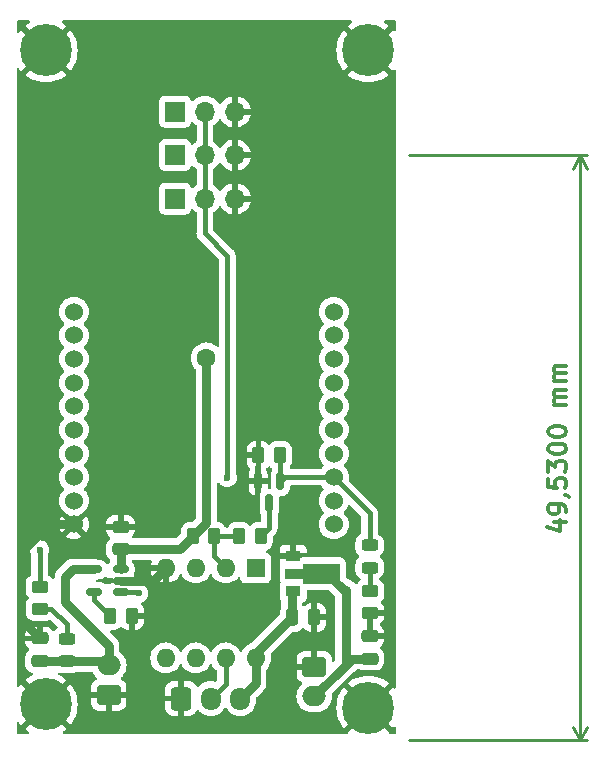
<source format=gbr>
%TF.GenerationSoftware,KiCad,Pcbnew,7.0.9*%
%TF.CreationDate,2023-12-30T17:24:47+01:00*%
%TF.ProjectId,rainguage,7261696e-6775-4616-9765-2e6b69636164,rev?*%
%TF.SameCoordinates,Original*%
%TF.FileFunction,Copper,L1,Top*%
%TF.FilePolarity,Positive*%
%FSLAX46Y46*%
G04 Gerber Fmt 4.6, Leading zero omitted, Abs format (unit mm)*
G04 Created by KiCad (PCBNEW 7.0.9) date 2023-12-30 17:24:47*
%MOMM*%
%LPD*%
G01*
G04 APERTURE LIST*
G04 Aperture macros list*
%AMRoundRect*
0 Rectangle with rounded corners*
0 $1 Rounding radius*
0 $2 $3 $4 $5 $6 $7 $8 $9 X,Y pos of 4 corners*
0 Add a 4 corners polygon primitive as box body*
4,1,4,$2,$3,$4,$5,$6,$7,$8,$9,$2,$3,0*
0 Add four circle primitives for the rounded corners*
1,1,$1+$1,$2,$3*
1,1,$1+$1,$4,$5*
1,1,$1+$1,$6,$7*
1,1,$1+$1,$8,$9*
0 Add four rect primitives between the rounded corners*
20,1,$1+$1,$2,$3,$4,$5,0*
20,1,$1+$1,$4,$5,$6,$7,0*
20,1,$1+$1,$6,$7,$8,$9,0*
20,1,$1+$1,$8,$9,$2,$3,0*%
%AMFreePoly0*
4,1,9,3.862500,-0.866500,0.737500,-0.866500,0.737500,-0.450000,-0.737500,-0.450000,-0.737500,0.450000,0.737500,0.450000,0.737500,0.866500,3.862500,0.866500,3.862500,-0.866500,3.862500,-0.866500,$1*%
G04 Aperture macros list end*
%ADD10C,0.304800*%
%TA.AperFunction,NonConductor*%
%ADD11C,0.304800*%
%TD*%
%TA.AperFunction,NonConductor*%
%ADD12C,0.254000*%
%TD*%
%TA.AperFunction,ComponentPad*%
%ADD13R,1.700000X1.700000*%
%TD*%
%TA.AperFunction,ComponentPad*%
%ADD14O,1.700000X1.700000*%
%TD*%
%TA.AperFunction,ComponentPad*%
%ADD15RoundRect,0.250000X0.750000X-0.600000X0.750000X0.600000X-0.750000X0.600000X-0.750000X-0.600000X0*%
%TD*%
%TA.AperFunction,ComponentPad*%
%ADD16O,2.000000X1.700000*%
%TD*%
%TA.AperFunction,ComponentPad*%
%ADD17RoundRect,0.250000X-0.600000X-0.725000X0.600000X-0.725000X0.600000X0.725000X-0.600000X0.725000X0*%
%TD*%
%TA.AperFunction,ComponentPad*%
%ADD18O,1.700000X1.950000*%
%TD*%
%TA.AperFunction,SMDPad,CuDef*%
%ADD19RoundRect,0.250000X0.262500X0.450000X-0.262500X0.450000X-0.262500X-0.450000X0.262500X-0.450000X0*%
%TD*%
%TA.AperFunction,ComponentPad*%
%ADD20RoundRect,0.250000X-0.750000X0.600000X-0.750000X-0.600000X0.750000X-0.600000X0.750000X0.600000X0*%
%TD*%
%TA.AperFunction,SMDPad,CuDef*%
%ADD21RoundRect,0.243750X0.456250X-0.243750X0.456250X0.243750X-0.456250X0.243750X-0.456250X-0.243750X0*%
%TD*%
%TA.AperFunction,SMDPad,CuDef*%
%ADD22RoundRect,0.250000X0.475000X-0.250000X0.475000X0.250000X-0.475000X0.250000X-0.475000X-0.250000X0*%
%TD*%
%TA.AperFunction,SMDPad,CuDef*%
%ADD23RoundRect,0.250000X-0.250000X-0.475000X0.250000X-0.475000X0.250000X0.475000X-0.250000X0.475000X0*%
%TD*%
%TA.AperFunction,ComponentPad*%
%ADD24C,4.400000*%
%TD*%
%TA.AperFunction,SMDPad,CuDef*%
%ADD25R,1.300000X0.900000*%
%TD*%
%TA.AperFunction,SMDPad,CuDef*%
%ADD26FreePoly0,0.000000*%
%TD*%
%TA.AperFunction,ComponentPad*%
%ADD27C,1.524000*%
%TD*%
%TA.AperFunction,SMDPad,CuDef*%
%ADD28RoundRect,0.150000X-0.150000X0.587500X-0.150000X-0.587500X0.150000X-0.587500X0.150000X0.587500X0*%
%TD*%
%TA.AperFunction,SMDPad,CuDef*%
%ADD29RoundRect,0.150000X0.512500X0.150000X-0.512500X0.150000X-0.512500X-0.150000X0.512500X-0.150000X0*%
%TD*%
%TA.AperFunction,SMDPad,CuDef*%
%ADD30RoundRect,0.250000X-0.450000X0.262500X-0.450000X-0.262500X0.450000X-0.262500X0.450000X0.262500X0*%
%TD*%
%TA.AperFunction,ComponentPad*%
%ADD31R,1.600000X1.600000*%
%TD*%
%TA.AperFunction,ComponentPad*%
%ADD32O,1.600000X1.600000*%
%TD*%
%TA.AperFunction,SMDPad,CuDef*%
%ADD33RoundRect,0.243750X-0.456250X0.243750X-0.456250X-0.243750X0.456250X-0.243750X0.456250X0.243750X0*%
%TD*%
%TA.AperFunction,ViaPad*%
%ADD34C,1.600000*%
%TD*%
%TA.AperFunction,ViaPad*%
%ADD35C,0.600000*%
%TD*%
%TA.AperFunction,Conductor*%
%ADD36C,0.400000*%
%TD*%
%TA.AperFunction,Conductor*%
%ADD37C,0.800000*%
%TD*%
G04 APERTURE END LIST*
D10*
D11*
X202695381Y-102833715D02*
X203711381Y-102833715D01*
X202114810Y-103196572D02*
X203203381Y-103559429D01*
X203203381Y-103559429D02*
X203203381Y-102616000D01*
X203711381Y-101962857D02*
X203711381Y-101672571D01*
X203711381Y-101672571D02*
X203638810Y-101527428D01*
X203638810Y-101527428D02*
X203566238Y-101454857D01*
X203566238Y-101454857D02*
X203348524Y-101309714D01*
X203348524Y-101309714D02*
X203058238Y-101237143D01*
X203058238Y-101237143D02*
X202477667Y-101237143D01*
X202477667Y-101237143D02*
X202332524Y-101309714D01*
X202332524Y-101309714D02*
X202259952Y-101382286D01*
X202259952Y-101382286D02*
X202187381Y-101527428D01*
X202187381Y-101527428D02*
X202187381Y-101817714D01*
X202187381Y-101817714D02*
X202259952Y-101962857D01*
X202259952Y-101962857D02*
X202332524Y-102035428D01*
X202332524Y-102035428D02*
X202477667Y-102108000D01*
X202477667Y-102108000D02*
X202840524Y-102108000D01*
X202840524Y-102108000D02*
X202985667Y-102035428D01*
X202985667Y-102035428D02*
X203058238Y-101962857D01*
X203058238Y-101962857D02*
X203130810Y-101817714D01*
X203130810Y-101817714D02*
X203130810Y-101527428D01*
X203130810Y-101527428D02*
X203058238Y-101382286D01*
X203058238Y-101382286D02*
X202985667Y-101309714D01*
X202985667Y-101309714D02*
X202840524Y-101237143D01*
X203638810Y-100511428D02*
X203711381Y-100511428D01*
X203711381Y-100511428D02*
X203856524Y-100583999D01*
X203856524Y-100583999D02*
X203929095Y-100656571D01*
X202187381Y-99132571D02*
X202187381Y-99858285D01*
X202187381Y-99858285D02*
X202913095Y-99930857D01*
X202913095Y-99930857D02*
X202840524Y-99858285D01*
X202840524Y-99858285D02*
X202767952Y-99713143D01*
X202767952Y-99713143D02*
X202767952Y-99350285D01*
X202767952Y-99350285D02*
X202840524Y-99205143D01*
X202840524Y-99205143D02*
X202913095Y-99132571D01*
X202913095Y-99132571D02*
X203058238Y-99060000D01*
X203058238Y-99060000D02*
X203421095Y-99060000D01*
X203421095Y-99060000D02*
X203566238Y-99132571D01*
X203566238Y-99132571D02*
X203638810Y-99205143D01*
X203638810Y-99205143D02*
X203711381Y-99350285D01*
X203711381Y-99350285D02*
X203711381Y-99713143D01*
X203711381Y-99713143D02*
X203638810Y-99858285D01*
X203638810Y-99858285D02*
X203566238Y-99930857D01*
X202187381Y-98551999D02*
X202187381Y-97608571D01*
X202187381Y-97608571D02*
X202767952Y-98116571D01*
X202767952Y-98116571D02*
X202767952Y-97898856D01*
X202767952Y-97898856D02*
X202840524Y-97753714D01*
X202840524Y-97753714D02*
X202913095Y-97681142D01*
X202913095Y-97681142D02*
X203058238Y-97608571D01*
X203058238Y-97608571D02*
X203421095Y-97608571D01*
X203421095Y-97608571D02*
X203566238Y-97681142D01*
X203566238Y-97681142D02*
X203638810Y-97753714D01*
X203638810Y-97753714D02*
X203711381Y-97898856D01*
X203711381Y-97898856D02*
X203711381Y-98334285D01*
X203711381Y-98334285D02*
X203638810Y-98479428D01*
X203638810Y-98479428D02*
X203566238Y-98551999D01*
X202187381Y-96665142D02*
X202187381Y-96519999D01*
X202187381Y-96519999D02*
X202259952Y-96374856D01*
X202259952Y-96374856D02*
X202332524Y-96302285D01*
X202332524Y-96302285D02*
X202477667Y-96229713D01*
X202477667Y-96229713D02*
X202767952Y-96157142D01*
X202767952Y-96157142D02*
X203130810Y-96157142D01*
X203130810Y-96157142D02*
X203421095Y-96229713D01*
X203421095Y-96229713D02*
X203566238Y-96302285D01*
X203566238Y-96302285D02*
X203638810Y-96374856D01*
X203638810Y-96374856D02*
X203711381Y-96519999D01*
X203711381Y-96519999D02*
X203711381Y-96665142D01*
X203711381Y-96665142D02*
X203638810Y-96810285D01*
X203638810Y-96810285D02*
X203566238Y-96882856D01*
X203566238Y-96882856D02*
X203421095Y-96955427D01*
X203421095Y-96955427D02*
X203130810Y-97027999D01*
X203130810Y-97027999D02*
X202767952Y-97027999D01*
X202767952Y-97027999D02*
X202477667Y-96955427D01*
X202477667Y-96955427D02*
X202332524Y-96882856D01*
X202332524Y-96882856D02*
X202259952Y-96810285D01*
X202259952Y-96810285D02*
X202187381Y-96665142D01*
X202187381Y-95213713D02*
X202187381Y-95068570D01*
X202187381Y-95068570D02*
X202259952Y-94923427D01*
X202259952Y-94923427D02*
X202332524Y-94850856D01*
X202332524Y-94850856D02*
X202477667Y-94778284D01*
X202477667Y-94778284D02*
X202767952Y-94705713D01*
X202767952Y-94705713D02*
X203130810Y-94705713D01*
X203130810Y-94705713D02*
X203421095Y-94778284D01*
X203421095Y-94778284D02*
X203566238Y-94850856D01*
X203566238Y-94850856D02*
X203638810Y-94923427D01*
X203638810Y-94923427D02*
X203711381Y-95068570D01*
X203711381Y-95068570D02*
X203711381Y-95213713D01*
X203711381Y-95213713D02*
X203638810Y-95358856D01*
X203638810Y-95358856D02*
X203566238Y-95431427D01*
X203566238Y-95431427D02*
X203421095Y-95503998D01*
X203421095Y-95503998D02*
X203130810Y-95576570D01*
X203130810Y-95576570D02*
X202767952Y-95576570D01*
X202767952Y-95576570D02*
X202477667Y-95503998D01*
X202477667Y-95503998D02*
X202332524Y-95431427D01*
X202332524Y-95431427D02*
X202259952Y-95358856D01*
X202259952Y-95358856D02*
X202187381Y-95213713D01*
X203711381Y-92891426D02*
X202695381Y-92891426D01*
X202840524Y-92891426D02*
X202767952Y-92818855D01*
X202767952Y-92818855D02*
X202695381Y-92673712D01*
X202695381Y-92673712D02*
X202695381Y-92455998D01*
X202695381Y-92455998D02*
X202767952Y-92310855D01*
X202767952Y-92310855D02*
X202913095Y-92238284D01*
X202913095Y-92238284D02*
X203711381Y-92238284D01*
X202913095Y-92238284D02*
X202767952Y-92165712D01*
X202767952Y-92165712D02*
X202695381Y-92020569D01*
X202695381Y-92020569D02*
X202695381Y-91802855D01*
X202695381Y-91802855D02*
X202767952Y-91657712D01*
X202767952Y-91657712D02*
X202913095Y-91585141D01*
X202913095Y-91585141D02*
X203711381Y-91585141D01*
X203711381Y-90859426D02*
X202695381Y-90859426D01*
X202840524Y-90859426D02*
X202767952Y-90786855D01*
X202767952Y-90786855D02*
X202695381Y-90641712D01*
X202695381Y-90641712D02*
X202695381Y-90423998D01*
X202695381Y-90423998D02*
X202767952Y-90278855D01*
X202767952Y-90278855D02*
X202913095Y-90206284D01*
X202913095Y-90206284D02*
X203711381Y-90206284D01*
X202913095Y-90206284D02*
X202767952Y-90133712D01*
X202767952Y-90133712D02*
X202695381Y-89988569D01*
X202695381Y-89988569D02*
X202695381Y-89770855D01*
X202695381Y-89770855D02*
X202767952Y-89625712D01*
X202767952Y-89625712D02*
X202913095Y-89553141D01*
X202913095Y-89553141D02*
X203711381Y-89553141D01*
D12*
X190365000Y-121285000D02*
X205437420Y-121285000D01*
X190365000Y-71755000D02*
X205437420Y-71755000D01*
X204851000Y-121285000D02*
X204851000Y-71755000D01*
X204851000Y-121285000D02*
X204851000Y-71755000D01*
X204851000Y-121285000D02*
X204264579Y-120158496D01*
X204851000Y-121285000D02*
X205437421Y-120158496D01*
X204851000Y-71755000D02*
X205437421Y-72881504D01*
X204851000Y-71755000D02*
X204264579Y-72881504D01*
D13*
%TO.P,J6,1,Pin_1*%
%TO.N,+3.3v*%
X170576000Y-68047000D03*
D14*
%TO.P,J6,2,Pin_2*%
%TO.N,PB2*%
X173116000Y-68047000D03*
%TO.P,J6,3,Pin_3*%
%TO.N,GND*%
X175656000Y-68047000D03*
%TD*%
D13*
%TO.P,J5,1,Pin_1*%
%TO.N,+3.3v*%
X170576000Y-71730000D03*
D14*
%TO.P,J5,2,Pin_2*%
%TO.N,PB2*%
X173116000Y-71730000D03*
%TO.P,J5,3,Pin_3*%
%TO.N,GND*%
X175656000Y-71730000D03*
%TD*%
%TO.P,J4,3,Pin_3*%
%TO.N,GND*%
X175656000Y-75413000D03*
%TO.P,J4,2,Pin_2*%
%TO.N,PB2*%
X173116000Y-75413000D03*
D13*
%TO.P,J4,1,Pin_1*%
%TO.N,+3.3v*%
X170576000Y-75413000D03*
%TD*%
D15*
%TO.P,J2,1,Pin_1*%
%TO.N,GND*%
X164973000Y-117435000D03*
D16*
%TO.P,J2,2,Pin_2*%
%TO.N,USB 5V*%
X164973000Y-114935000D03*
%TD*%
D17*
%TO.P,J1,1,Pin_1*%
%TO.N,GND*%
X171109000Y-117738003D03*
D18*
%TO.P,J1,2,Pin_2*%
%TO.N,PB2*%
X173609000Y-117738003D03*
%TO.P,J1,3,Pin_3*%
%TO.N,+3.3v*%
X176109000Y-117738003D03*
%TD*%
D19*
%TO.P,R6,2*%
%TO.N,GND*%
X177649500Y-97155000D03*
%TO.P,R6,1*%
%TO.N,Net-(D2-A)*%
X179474500Y-97155000D03*
%TD*%
%TO.P,R1,1*%
%TO.N,GND*%
X166925000Y-110744000D03*
%TO.P,R1,2*%
%TO.N,Net-(U1-PROG)*%
X165100000Y-110744000D03*
%TD*%
D20*
%TO.P,J3,1,Pin_1*%
%TO.N,GND*%
X182372000Y-115062000D03*
D16*
%TO.P,J3,2,Pin_2*%
%TO.N,VBAT*%
X182372000Y-117562000D03*
%TD*%
D21*
%TO.P,D2,1,K*%
%TO.N,Net-(D2-K)*%
X187056000Y-106650000D03*
%TO.P,D2,2,A*%
%TO.N,Net-(D2-A)*%
X187056000Y-104775000D03*
%TD*%
D22*
%TO.P,C5,1*%
%TO.N,VBAT*%
X187071000Y-114361000D03*
%TO.P,C5,2*%
%TO.N,GND*%
X187071000Y-112461000D03*
%TD*%
D23*
%TO.P,C3,1*%
%TO.N,+3.3v*%
X180472000Y-110871000D03*
%TO.P,C3,2*%
%TO.N,GND*%
X182372000Y-110871000D03*
%TD*%
D24*
%TO.P,H2,1,1*%
%TO.N,GND*%
X186944000Y-62865000D03*
%TD*%
D25*
%TO.P,L2,1,GND*%
%TO.N,GND*%
X180594000Y-105664000D03*
D26*
%TO.P,L2,2,VIN*%
%TO.N,VBAT*%
X180681500Y-107164000D03*
D25*
%TO.P,L2,3,VOUT*%
%TO.N,+3.3v*%
X180594000Y-108664000D03*
%TD*%
D27*
%TO.P,JP1,20,DIO0*%
%TO.N,unconnected-(JP1-DIO0-Pad20)*%
X184023000Y-84993480D03*
%TO.P,JP1,19,DIO1*%
%TO.N,unconnected-(JP1-DIO1-Pad19)*%
X184023000Y-86995000D03*
%TO.P,JP1,18,DIO2*%
%TO.N,unconnected-(JP1-DIO2-Pad18)*%
X184023000Y-88993980D03*
%TO.P,JP1,17,DIO3*%
%TO.N,unconnected-(JP1-DIO3-Pad17)*%
X184023000Y-90995500D03*
%TO.P,JP1,16,RTS*%
%TO.N,unconnected-(JP1-RTS-Pad16)*%
X184023000Y-92994480D03*
%TO.P,JP1,15,DIO5*%
%TO.N,unconnected-(JP1-DIO5-Pad15)*%
X184023000Y-94993460D03*
%TO.P,JP1,14,RES*%
%TO.N,unconnected-(JP1-RES-Pad14)*%
X184023000Y-96994980D03*
%TO.P,JP1,13,DIO9*%
%TO.N,Net-(D2-A)*%
X184023000Y-98993960D03*
%TO.P,JP1,12,CTS*%
%TO.N,unconnected-(JP1-CTS-Pad12)*%
X184023000Y-100995480D03*
%TO.P,JP1,11,DIO4*%
%TO.N,unconnected-(JP1-DIO4-Pad11)*%
X184023000Y-102994460D03*
%TO.P,JP1,10,GND*%
%TO.N,GND*%
X162026600Y-102994460D03*
%TO.P,JP1,9,DTR*%
%TO.N,PB0*%
X162026600Y-100995480D03*
%TO.P,JP1,8,RES*%
%TO.N,unconnected-(JP1-RES-Pad8)*%
X162026600Y-98993960D03*
%TO.P,JP1,7,DIO11*%
%TO.N,unconnected-(JP1-DIO11-Pad7)*%
X162026600Y-96994980D03*
%TO.P,JP1,6,RSSI*%
%TO.N,unconnected-(JP1-RSSI-Pad6)*%
X162026600Y-94993460D03*
%TO.P,JP1,5,RESET*%
%TO.N,unconnected-(JP1-RESET-Pad5)*%
X162026600Y-92994480D03*
%TO.P,JP1,4,DIO12*%
%TO.N,unconnected-(JP1-DIO12-Pad4)*%
X162026600Y-90995500D03*
%TO.P,JP1,3,DIN*%
%TO.N,PB1*%
X162026600Y-88993980D03*
%TO.P,JP1,2,DOUT*%
%TO.N,unconnected-(JP1-DOUT-Pad2)*%
X162026600Y-86995000D03*
%TO.P,JP1,1,VDD*%
%TO.N,+3.3v*%
X162026600Y-84993480D03*
%TD*%
D28*
%TO.P,Q1,3,D*%
%TO.N,Net-(Q1-D)*%
X178562000Y-101219000D03*
%TO.P,Q1,2,S*%
%TO.N,GND*%
X177612000Y-99344000D03*
%TO.P,Q1,1,G*%
%TO.N,Net-(D2-A)*%
X179512000Y-99344000D03*
%TD*%
D29*
%TO.P,U1,1,STAT*%
%TO.N,Net-(U1-STAT)*%
X165989000Y-108712000D03*
%TO.P,U1,2,V_{SS}*%
%TO.N,GND*%
X165989000Y-107762000D03*
%TO.P,U1,3,V_{BAT}*%
%TO.N,VBAT*%
X165989000Y-106812000D03*
%TO.P,U1,4,V_{DD}*%
%TO.N,USB 5V*%
X163714000Y-106812000D03*
%TO.P,U1,5,PROG*%
%TO.N,Net-(U1-PROG)*%
X163714000Y-108712000D03*
%TD*%
D22*
%TO.P,C2,1*%
%TO.N,USB 5V*%
X159131000Y-114554000D03*
%TO.P,C2,2*%
%TO.N,GND*%
X159131000Y-112654000D03*
%TD*%
D30*
%TO.P,R2,1*%
%TO.N,Net-(U1-STAT)*%
X159131000Y-108307500D03*
%TO.P,R2,2*%
%TO.N,Net-(D1-K)*%
X159131000Y-110132500D03*
%TD*%
D24*
%TO.P,H3,1,1*%
%TO.N,GND*%
X159639000Y-118237000D03*
%TD*%
D30*
%TO.P,R3,1*%
%TO.N,Net-(D2-K)*%
X187101000Y-108658500D03*
%TO.P,R3,2*%
%TO.N,GND*%
X187101000Y-110483500D03*
%TD*%
D31*
%TO.P,U2,1,~{RESET}/PB5*%
%TO.N,unconnected-(U2-~{RESET}{slash}PB5-Pad1)*%
X177419000Y-106680000D03*
D32*
%TO.P,U2,2,XTAL1/PB3*%
%TO.N,Net-(U2-XTAL1{slash}PB3)*%
X174879000Y-106680000D03*
%TO.P,U2,3,XTAL2/PB4*%
%TO.N,unconnected-(U2-XTAL2{slash}PB4-Pad3)*%
X172339000Y-106680000D03*
%TO.P,U2,4,GND*%
%TO.N,GND*%
X169799000Y-106680000D03*
%TO.P,U2,5,AREF/PB0*%
%TO.N,PB0*%
X169799000Y-114300000D03*
%TO.P,U2,6,PB1*%
%TO.N,PB1*%
X172339000Y-114300000D03*
%TO.P,U2,7,PB2*%
%TO.N,PB2*%
X174879000Y-114300000D03*
%TO.P,U2,8,VCC*%
%TO.N,+3.3v*%
X177419000Y-114300000D03*
%TD*%
D22*
%TO.P,C1,2*%
%TO.N,GND*%
X165989000Y-103190000D03*
%TO.P,C1,1*%
%TO.N,VBAT*%
X165989000Y-105090000D03*
%TD*%
D24*
%TO.P,H1,1,1*%
%TO.N,GND*%
X159639000Y-62865000D03*
%TD*%
D19*
%TO.P,R5,1*%
%TO.N,Net-(U2-XTAL1{slash}PB3)*%
X173910000Y-104013000D03*
%TO.P,R5,2*%
%TO.N,VBAT*%
X172085000Y-104013000D03*
%TD*%
D33*
%TO.P,D1,1,K*%
%TO.N,Net-(D1-K)*%
X161417000Y-112686500D03*
%TO.P,D1,2,A*%
%TO.N,USB 5V*%
X161417000Y-114561500D03*
%TD*%
D24*
%TO.P,H4,1,1*%
%TO.N,GND*%
X186944000Y-118512000D03*
%TD*%
D19*
%TO.P,R4,2*%
%TO.N,Net-(U2-XTAL1{slash}PB3)*%
X175998500Y-104013000D03*
%TO.P,R4,1*%
%TO.N,Net-(Q1-D)*%
X177823500Y-104013000D03*
%TD*%
D34*
%TO.N,VBAT*%
X173228000Y-88900000D03*
D35*
%TO.N,PB2*%
X175006000Y-99060000D03*
%TO.N,Net-(U1-STAT)*%
X159131000Y-105156000D03*
X167513000Y-108839000D03*
%TD*%
D36*
%TO.N,PB2*%
X173116000Y-71730000D02*
X173116000Y-68047000D01*
X173116000Y-75413000D02*
X173116000Y-71730000D01*
X173116000Y-78344000D02*
X173116000Y-75413000D01*
X173101000Y-78359000D02*
X173116000Y-78344000D01*
D37*
%TO.N,VBAT*%
X173228000Y-102870000D02*
X172085000Y-104013000D01*
X173228000Y-88900000D02*
X173228000Y-102870000D01*
D36*
%TO.N,Net-(U2-XTAL1{slash}PB3)*%
X175998500Y-104013000D02*
X173910000Y-104013000D01*
%TO.N,Net-(Q1-D)*%
X178562000Y-101219000D02*
X178562000Y-103274500D01*
X178562000Y-103274500D02*
X177823500Y-104013000D01*
%TO.N,Net-(D2-A)*%
X179512000Y-99344000D02*
X179512000Y-97192500D01*
X179512000Y-97192500D02*
X179474500Y-97155000D01*
D37*
%TO.N,VBAT*%
X171008000Y-105090000D02*
X172085000Y-104013000D01*
X165989000Y-105090000D02*
X171008000Y-105090000D01*
X165989000Y-105090000D02*
X165989000Y-106812000D01*
D36*
%TO.N,PB2*%
X173101000Y-75555000D02*
X173116000Y-75540000D01*
X175006000Y-80264000D02*
X173101000Y-78359000D01*
X175006000Y-99060000D02*
X175006000Y-80264000D01*
D37*
%TO.N,VBAT*%
X185039000Y-114895000D02*
X185039000Y-108712000D01*
X183491000Y-107164000D02*
X180681500Y-107164000D01*
X185573000Y-114361000D02*
X185039000Y-114895000D01*
X185036500Y-108521500D02*
X184848500Y-108521500D01*
X187071000Y-114361000D02*
X185573000Y-114361000D01*
X182372000Y-117562000D02*
X185039000Y-114895000D01*
X185039000Y-108712000D02*
X184848500Y-108521500D01*
X184848500Y-108521500D02*
X183491000Y-107164000D01*
%TO.N,GND*%
X157578276Y-105311724D02*
X157578276Y-111101276D01*
X159895540Y-102994460D02*
X157578276Y-105311724D01*
X157578276Y-111101276D02*
X159131000Y-112654000D01*
X165989000Y-107762000D02*
X168717000Y-107762000D01*
X162026600Y-102994460D02*
X159895540Y-102994460D01*
X168717000Y-107762000D02*
X169799000Y-106680000D01*
%TO.N,USB 5V*%
X159131000Y-114554000D02*
X161417000Y-114554000D01*
X163714000Y-106812000D02*
X161920000Y-106812000D01*
X165100000Y-114808000D02*
X164973000Y-114935000D01*
X164592000Y-114554000D02*
X164973000Y-114935000D01*
X161290000Y-107442000D02*
X161290000Y-109602000D01*
X161417000Y-114554000D02*
X164592000Y-114554000D01*
X164973000Y-113285000D02*
X164973000Y-114935000D01*
X161290000Y-109602000D02*
X164973000Y-113285000D01*
X161920000Y-106812000D02*
X161290000Y-107442000D01*
%TO.N,+3.3v*%
X180467000Y-108791000D02*
X180594000Y-108664000D01*
X180467000Y-110871000D02*
X180467000Y-108791000D01*
X177419000Y-116428003D02*
X176109000Y-117738003D01*
X177419000Y-114300000D02*
X177419000Y-116428003D01*
X177419000Y-114300000D02*
X177419000Y-113919000D01*
X177419000Y-113919000D02*
X180467000Y-110871000D01*
D36*
%TO.N,Net-(D1-K)*%
X159131000Y-110132500D02*
X160123500Y-110132500D01*
X161417000Y-111426000D02*
X161417000Y-112679000D01*
X160123500Y-110132500D02*
X161417000Y-111426000D01*
%TO.N,Net-(D2-K)*%
X187071000Y-108658500D02*
X187071000Y-106650000D01*
%TO.N,Net-(D2-A)*%
X184023000Y-98993960D02*
X179862040Y-98993960D01*
X184023000Y-98993960D02*
X187071000Y-102041960D01*
X187071000Y-102041960D02*
X187071000Y-104775000D01*
X179451000Y-99283000D02*
X179512000Y-99344000D01*
X179862040Y-98993960D02*
X179512000Y-99344000D01*
%TO.N,Net-(U1-PROG)*%
X163714000Y-108712000D02*
X163714000Y-109358000D01*
X163714000Y-109358000D02*
X165100000Y-110744000D01*
%TO.N,Net-(U1-STAT)*%
X159131000Y-105156000D02*
X159131000Y-108307500D01*
X165989000Y-108712000D02*
X167386000Y-108712000D01*
X167386000Y-108712000D02*
X167513000Y-108839000D01*
%TO.N,Net-(U2-XTAL1{slash}PB3)*%
X173910000Y-104013000D02*
X173910000Y-105711000D01*
X173910000Y-105711000D02*
X174879000Y-106680000D01*
%TO.N,PB2*%
X174879000Y-116468003D02*
X173609000Y-117738003D01*
X174879000Y-114300000D02*
X174879000Y-116468003D01*
%TD*%
%TA.AperFunction,Conductor*%
%TO.N,GND*%
G36*
X158803894Y-118960624D02*
G01*
X158955932Y-119105592D01*
X159058222Y-119171330D01*
X157914030Y-120315521D01*
X157914030Y-120315522D01*
X158102414Y-120463112D01*
X158102423Y-120463118D01*
X158155470Y-120495186D01*
X158202658Y-120546714D01*
X158214496Y-120615574D01*
X158187227Y-120679902D01*
X158129508Y-120719276D01*
X158091320Y-120725303D01*
X157302776Y-120725303D01*
X157235737Y-120705618D01*
X157189982Y-120652814D01*
X157178776Y-120601303D01*
X157178776Y-119831127D01*
X157198461Y-119764088D01*
X157251265Y-119718333D01*
X157320423Y-119708389D01*
X157383979Y-119737414D01*
X157408895Y-119766981D01*
X157412886Y-119773585D01*
X157560477Y-119961968D01*
X158703211Y-118819235D01*
X158803894Y-118960624D01*
G37*
%TD.AperFunction*%
%TA.AperFunction,Conductor*%
G36*
X185551379Y-60343172D02*
G01*
X185597134Y-60395976D01*
X185607078Y-60465134D01*
X185578053Y-60528690D01*
X185548490Y-60553604D01*
X185407423Y-60638881D01*
X185219030Y-60786476D01*
X185219030Y-60786477D01*
X186360693Y-61928140D01*
X186346590Y-61935411D01*
X186181460Y-62065271D01*
X186043890Y-62224035D01*
X186009334Y-62283887D01*
X184865477Y-61140030D01*
X184865476Y-61140030D01*
X184717881Y-61328423D01*
X184548898Y-61607956D01*
X184548897Y-61607958D01*
X184414839Y-61905824D01*
X184414835Y-61905835D01*
X184317667Y-62217658D01*
X184258786Y-62538961D01*
X184239065Y-62865000D01*
X184258786Y-63191038D01*
X184317667Y-63512341D01*
X184414835Y-63824164D01*
X184414839Y-63824175D01*
X184548897Y-64122041D01*
X184548898Y-64122043D01*
X184717887Y-64401586D01*
X184865477Y-64589968D01*
X186008210Y-63447234D01*
X186108894Y-63588624D01*
X186260932Y-63733592D01*
X186363222Y-63799330D01*
X185219030Y-64943521D01*
X185219030Y-64943522D01*
X185407414Y-65091112D01*
X185407423Y-65091118D01*
X185686956Y-65260101D01*
X185686958Y-65260102D01*
X185984824Y-65394160D01*
X185984835Y-65394164D01*
X186296658Y-65491332D01*
X186617961Y-65550213D01*
X186944000Y-65569934D01*
X187270038Y-65550213D01*
X187591341Y-65491332D01*
X187903164Y-65394164D01*
X187903175Y-65394160D01*
X188201041Y-65260102D01*
X188201043Y-65260101D01*
X188480576Y-65091118D01*
X188480584Y-65091112D01*
X188668968Y-64943522D01*
X188668968Y-64943521D01*
X187527306Y-63801859D01*
X187541410Y-63794589D01*
X187706540Y-63664729D01*
X187844110Y-63505965D01*
X187878665Y-63446112D01*
X189022521Y-64589968D01*
X189022522Y-64589968D01*
X189068586Y-64531172D01*
X189125426Y-64490539D01*
X189195210Y-64487087D01*
X189255783Y-64521911D01*
X189287913Y-64583955D01*
X189290197Y-64607645D01*
X189290197Y-116769353D01*
X189270512Y-116836392D01*
X189217708Y-116882147D01*
X189148550Y-116892091D01*
X189084994Y-116863066D01*
X189068586Y-116845826D01*
X189022521Y-116787030D01*
X187879788Y-117929763D01*
X187779106Y-117788376D01*
X187627068Y-117643408D01*
X187524777Y-117577669D01*
X188668968Y-116433477D01*
X188668968Y-116433476D01*
X188480586Y-116285887D01*
X188201043Y-116116898D01*
X188201041Y-116116897D01*
X187903175Y-115982839D01*
X187903164Y-115982835D01*
X187591341Y-115885667D01*
X187270038Y-115826786D01*
X186944000Y-115807065D01*
X186617961Y-115826786D01*
X186296658Y-115885667D01*
X185984835Y-115982835D01*
X185984824Y-115982839D01*
X185686958Y-116116897D01*
X185686956Y-116116898D01*
X185407423Y-116285881D01*
X185219030Y-116433476D01*
X185219030Y-116433477D01*
X186360693Y-117575140D01*
X186346590Y-117582411D01*
X186181460Y-117712271D01*
X186043890Y-117871035D01*
X186009334Y-117930887D01*
X184865477Y-116787030D01*
X184865476Y-116787030D01*
X184717881Y-116975423D01*
X184548898Y-117254956D01*
X184548897Y-117254958D01*
X184414839Y-117552824D01*
X184414835Y-117552835D01*
X184317667Y-117864658D01*
X184258786Y-118185961D01*
X184239065Y-118512000D01*
X184258786Y-118838038D01*
X184317667Y-119159341D01*
X184414835Y-119471164D01*
X184414839Y-119471175D01*
X184548897Y-119769041D01*
X184548898Y-119769043D01*
X184717887Y-120048586D01*
X184865477Y-120236968D01*
X186008210Y-119094234D01*
X186108894Y-119235624D01*
X186260932Y-119380592D01*
X186363222Y-119446330D01*
X185219030Y-120590521D01*
X185219230Y-120593816D01*
X185203629Y-120661921D01*
X185153684Y-120710781D01*
X185095456Y-120725303D01*
X161186680Y-120725303D01*
X161119641Y-120705618D01*
X161073886Y-120652814D01*
X161063942Y-120583656D01*
X161092967Y-120520100D01*
X161122530Y-120495186D01*
X161175576Y-120463118D01*
X161175584Y-120463112D01*
X161363968Y-120315522D01*
X161363968Y-120315521D01*
X160222306Y-119173859D01*
X160236410Y-119166589D01*
X160401540Y-119036729D01*
X160539110Y-118877965D01*
X160573665Y-118818112D01*
X161717521Y-119961968D01*
X161717522Y-119961968D01*
X161865112Y-119773584D01*
X161865118Y-119773576D01*
X162034101Y-119494043D01*
X162034102Y-119494041D01*
X162168160Y-119196175D01*
X162168164Y-119196164D01*
X162265332Y-118884341D01*
X162324213Y-118563038D01*
X162343934Y-118237000D01*
X162324213Y-117910961D01*
X162265332Y-117589658D01*
X162168164Y-117277835D01*
X162168160Y-117277824D01*
X162034102Y-116979958D01*
X162034101Y-116979956D01*
X161865118Y-116700423D01*
X161865112Y-116700414D01*
X161717521Y-116512030D01*
X160574788Y-117654763D01*
X160474106Y-117513376D01*
X160322068Y-117368408D01*
X160219777Y-117302669D01*
X161363968Y-116158477D01*
X161363968Y-116158476D01*
X161175586Y-116010887D01*
X160896043Y-115841898D01*
X160896041Y-115841896D01*
X160749389Y-115775894D01*
X160696334Y-115730429D01*
X160676282Y-115663499D01*
X160695598Y-115596352D01*
X160748150Y-115550308D01*
X160812880Y-115539460D01*
X160911152Y-115549500D01*
X160911157Y-115549500D01*
X161922843Y-115549500D01*
X161922848Y-115549500D01*
X162024775Y-115539087D01*
X162189925Y-115484362D01*
X162208411Y-115472960D01*
X162273506Y-115454500D01*
X163496138Y-115454500D01*
X163563177Y-115474185D01*
X163608520Y-115526095D01*
X163648964Y-115612828D01*
X163648965Y-115612830D01*
X163784505Y-115806402D01*
X163932067Y-115953964D01*
X163965552Y-116015287D01*
X163960568Y-116084979D01*
X163918696Y-116140912D01*
X163909483Y-116147183D01*
X163754659Y-116242680D01*
X163754655Y-116242683D01*
X163630684Y-116366654D01*
X163538643Y-116515875D01*
X163538641Y-116515880D01*
X163483494Y-116682302D01*
X163483493Y-116682309D01*
X163473000Y-116785013D01*
X163473000Y-117185000D01*
X164539314Y-117185000D01*
X164513507Y-117225156D01*
X164473000Y-117363111D01*
X164473000Y-117506889D01*
X164513507Y-117644844D01*
X164539314Y-117685000D01*
X163473001Y-117685000D01*
X163473001Y-118084986D01*
X163483494Y-118187697D01*
X163538641Y-118354119D01*
X163538643Y-118354124D01*
X163630684Y-118503345D01*
X163754654Y-118627315D01*
X163903875Y-118719356D01*
X163903880Y-118719358D01*
X164070302Y-118774505D01*
X164070309Y-118774506D01*
X164173019Y-118784999D01*
X164722999Y-118784999D01*
X164723000Y-118784998D01*
X164723000Y-117870501D01*
X164830685Y-117919680D01*
X164937237Y-117935000D01*
X165008763Y-117935000D01*
X165115315Y-117919680D01*
X165223000Y-117870501D01*
X165223000Y-118784999D01*
X165772972Y-118784999D01*
X165772986Y-118784998D01*
X165875697Y-118774505D01*
X166042119Y-118719358D01*
X166042124Y-118719356D01*
X166191345Y-118627315D01*
X166315315Y-118503345D01*
X166407356Y-118354124D01*
X166407358Y-118354119D01*
X166462505Y-118187697D01*
X166462506Y-118187690D01*
X166472999Y-118084986D01*
X166473000Y-118084973D01*
X166473000Y-117685000D01*
X165406686Y-117685000D01*
X165432493Y-117644844D01*
X165473000Y-117506889D01*
X165473000Y-117363111D01*
X165432493Y-117225156D01*
X165406686Y-117185000D01*
X166472999Y-117185000D01*
X166472999Y-116785028D01*
X166472998Y-116785013D01*
X166462505Y-116682302D01*
X166407358Y-116515880D01*
X166407356Y-116515875D01*
X166315315Y-116366654D01*
X166191344Y-116242683D01*
X166191340Y-116242680D01*
X166036516Y-116147183D01*
X165989791Y-116095235D01*
X165978570Y-116026273D01*
X166006413Y-115962191D01*
X166013932Y-115953964D01*
X166082229Y-115885667D01*
X166161495Y-115806401D01*
X166297035Y-115612830D01*
X166396903Y-115398663D01*
X166458063Y-115170408D01*
X166478659Y-114935000D01*
X166458063Y-114699592D01*
X166396903Y-114471337D01*
X166297035Y-114257171D01*
X166294809Y-114253991D01*
X166161494Y-114063597D01*
X165994404Y-113896507D01*
X165926375Y-113848872D01*
X165882751Y-113794294D01*
X165873500Y-113747298D01*
X165873500Y-113365626D01*
X165875027Y-113346225D01*
X165877219Y-113332388D01*
X165873584Y-113263040D01*
X165873500Y-113259797D01*
X165873500Y-113237809D01*
X165873499Y-113237800D01*
X165871956Y-113223124D01*
X165871200Y-113215935D01*
X165870947Y-113212720D01*
X165867313Y-113143355D01*
X165863685Y-113129814D01*
X165860139Y-113110688D01*
X165858674Y-113096744D01*
X165837213Y-113030697D01*
X165836297Y-113027604D01*
X165818320Y-112960513D01*
X165811953Y-112948018D01*
X165804511Y-112930051D01*
X165800179Y-112916716D01*
X165765458Y-112856577D01*
X165763912Y-112853729D01*
X165732386Y-112791855D01*
X165732383Y-112791850D01*
X165723560Y-112780955D01*
X165712539Y-112764919D01*
X165705534Y-112752786D01*
X165705533Y-112752784D01*
X165685821Y-112730892D01*
X165659075Y-112701187D01*
X165656967Y-112698719D01*
X165643125Y-112681626D01*
X165643116Y-112681616D01*
X165627567Y-112666067D01*
X165625332Y-112663712D01*
X165578875Y-112612116D01*
X165578869Y-112612110D01*
X165567529Y-112603871D01*
X165552736Y-112591236D01*
X165117680Y-112156180D01*
X165084195Y-112094857D01*
X165089179Y-112025165D01*
X165131051Y-111969232D01*
X165196515Y-111944815D01*
X165205361Y-111944499D01*
X165412502Y-111944499D01*
X165412508Y-111944499D01*
X165515297Y-111933999D01*
X165681834Y-111878814D01*
X165831156Y-111786712D01*
X165925175Y-111692692D01*
X165986494Y-111659210D01*
X166056186Y-111664194D01*
X166100534Y-111692695D01*
X166194154Y-111786315D01*
X166343375Y-111878356D01*
X166343380Y-111878358D01*
X166509802Y-111933505D01*
X166509809Y-111933506D01*
X166612519Y-111943999D01*
X166674999Y-111943998D01*
X166675000Y-111943998D01*
X166675000Y-110994000D01*
X167175000Y-110994000D01*
X167175000Y-111943999D01*
X167237472Y-111943999D01*
X167237486Y-111943998D01*
X167340197Y-111933505D01*
X167506619Y-111878358D01*
X167506624Y-111878356D01*
X167655845Y-111786315D01*
X167779815Y-111662345D01*
X167871856Y-111513124D01*
X167871858Y-111513119D01*
X167927005Y-111346697D01*
X167927006Y-111346690D01*
X167937499Y-111243986D01*
X167937500Y-111243973D01*
X167937500Y-110994000D01*
X167175000Y-110994000D01*
X166675000Y-110994000D01*
X166675000Y-110618000D01*
X166694685Y-110550961D01*
X166747489Y-110505206D01*
X166799000Y-110494000D01*
X167937499Y-110494000D01*
X167937499Y-110244028D01*
X167937498Y-110244013D01*
X167927005Y-110141302D01*
X167871858Y-109974880D01*
X167871856Y-109974875D01*
X167779815Y-109825654D01*
X167747552Y-109793391D01*
X167714067Y-109732068D01*
X167719051Y-109662376D01*
X167760923Y-109606443D01*
X167794277Y-109588668D01*
X167862522Y-109564789D01*
X168015262Y-109468816D01*
X168142816Y-109341262D01*
X168238789Y-109188522D01*
X168298368Y-109018255D01*
X168298369Y-109018249D01*
X168318565Y-108839003D01*
X168318565Y-108838996D01*
X168298369Y-108659750D01*
X168298368Y-108659745D01*
X168241178Y-108496306D01*
X168238789Y-108489478D01*
X168142816Y-108336738D01*
X168015262Y-108209184D01*
X167946750Y-108166135D01*
X167862521Y-108113210D01*
X167692249Y-108053630D01*
X167628491Y-108046447D01*
X167603395Y-108039568D01*
X167603094Y-108040537D01*
X167595929Y-108038304D01*
X167585946Y-108036474D01*
X167564343Y-108030451D01*
X167554874Y-108026860D01*
X167554870Y-108026859D01*
X167493313Y-108019384D01*
X167489612Y-108018821D01*
X167428608Y-108007642D01*
X167428603Y-108007642D01*
X167366697Y-108011387D01*
X167362952Y-108011500D01*
X166882469Y-108011500D01*
X166819348Y-107994232D01*
X166796128Y-107980500D01*
X166761898Y-107960256D01*
X166761897Y-107960255D01*
X166761896Y-107960255D01*
X166761893Y-107960254D01*
X166604073Y-107914402D01*
X166604067Y-107914401D01*
X166567196Y-107911500D01*
X166567194Y-107911500D01*
X166316821Y-107911500D01*
X166249782Y-107891815D01*
X166204027Y-107839011D01*
X166194083Y-107769853D01*
X166223108Y-107706297D01*
X166266385Y-107674221D01*
X166380931Y-107623221D01*
X166431367Y-107612500D01*
X166567196Y-107612500D01*
X166585631Y-107611049D01*
X166604069Y-107609598D01*
X166604071Y-107609597D01*
X166604073Y-107609597D01*
X166645691Y-107597505D01*
X166761898Y-107563744D01*
X166820194Y-107529268D01*
X166883315Y-107512000D01*
X167148795Y-107512000D01*
X167148795Y-107511998D01*
X167148600Y-107509511D01*
X167148599Y-107509505D01*
X167102783Y-107351806D01*
X167102781Y-107351801D01*
X167102078Y-107350612D01*
X167101810Y-107349558D01*
X167099684Y-107344644D01*
X167100476Y-107344300D01*
X167084895Y-107282888D01*
X167100509Y-107229714D01*
X167100146Y-107229557D01*
X167101420Y-107226612D01*
X167102079Y-107224369D01*
X167103242Y-107222401D01*
X167103244Y-107222398D01*
X167146441Y-107073716D01*
X167149097Y-107064573D01*
X167149098Y-107064567D01*
X167152000Y-107027696D01*
X167152000Y-106596304D01*
X167149098Y-106559432D01*
X167149097Y-106559426D01*
X167103245Y-106401606D01*
X167103244Y-106401603D01*
X167103244Y-106401602D01*
X167019581Y-106260135D01*
X167019579Y-106260133D01*
X167019576Y-106260129D01*
X166961628Y-106202181D01*
X166928143Y-106140858D01*
X166933127Y-106071166D01*
X166974999Y-106015233D01*
X167040463Y-105990816D01*
X167049309Y-105990500D01*
X168491486Y-105990500D01*
X168558525Y-106010185D01*
X168604280Y-106062989D01*
X168614224Y-106132147D01*
X168603868Y-106166904D01*
X168572735Y-106233668D01*
X168572730Y-106233682D01*
X168520127Y-106429999D01*
X168520128Y-106430000D01*
X169483314Y-106430000D01*
X169471359Y-106441955D01*
X169413835Y-106554852D01*
X169394014Y-106680000D01*
X169413835Y-106805148D01*
X169471359Y-106918045D01*
X169483314Y-106930000D01*
X168520128Y-106930000D01*
X168572730Y-107126317D01*
X168572734Y-107126326D01*
X168668865Y-107332482D01*
X168799342Y-107518820D01*
X168960179Y-107679657D01*
X169146517Y-107810134D01*
X169352673Y-107906265D01*
X169352682Y-107906269D01*
X169548999Y-107958872D01*
X169549000Y-107958871D01*
X169549000Y-106995686D01*
X169560955Y-107007641D01*
X169673852Y-107065165D01*
X169767519Y-107080000D01*
X169830481Y-107080000D01*
X169924148Y-107065165D01*
X170037045Y-107007641D01*
X170049000Y-106995686D01*
X170049000Y-107958872D01*
X170245317Y-107906269D01*
X170245326Y-107906265D01*
X170451482Y-107810134D01*
X170637820Y-107679657D01*
X170798657Y-107518820D01*
X170929132Y-107332484D01*
X170956341Y-107274134D01*
X171002513Y-107221695D01*
X171069707Y-107202542D01*
X171136588Y-107222757D01*
X171181106Y-107274133D01*
X171208431Y-107332732D01*
X171208432Y-107332734D01*
X171338954Y-107519141D01*
X171499858Y-107680045D01*
X171546209Y-107712500D01*
X171686266Y-107810568D01*
X171892504Y-107906739D01*
X171892509Y-107906740D01*
X171892511Y-107906741D01*
X171910272Y-107911500D01*
X172112308Y-107965635D01*
X172274230Y-107979801D01*
X172338998Y-107985468D01*
X172339000Y-107985468D01*
X172339002Y-107985468D01*
X172395807Y-107980498D01*
X172565692Y-107965635D01*
X172785496Y-107906739D01*
X172991734Y-107810568D01*
X173178139Y-107680047D01*
X173339047Y-107519139D01*
X173469568Y-107332734D01*
X173496618Y-107274724D01*
X173542790Y-107222285D01*
X173609983Y-107203133D01*
X173676865Y-107223348D01*
X173721382Y-107274725D01*
X173748429Y-107332728D01*
X173748432Y-107332734D01*
X173878954Y-107519141D01*
X174039858Y-107680045D01*
X174086209Y-107712500D01*
X174226266Y-107810568D01*
X174432504Y-107906739D01*
X174432509Y-107906740D01*
X174432511Y-107906741D01*
X174450272Y-107911500D01*
X174652308Y-107965635D01*
X174814230Y-107979801D01*
X174878998Y-107985468D01*
X174879000Y-107985468D01*
X174879002Y-107985468D01*
X174935807Y-107980498D01*
X175105692Y-107965635D01*
X175325496Y-107906739D01*
X175531734Y-107810568D01*
X175718139Y-107680047D01*
X175879047Y-107519139D01*
X175896272Y-107494539D01*
X175950848Y-107450913D01*
X176020346Y-107443718D01*
X176082701Y-107475239D01*
X176118116Y-107535468D01*
X176121138Y-107552406D01*
X176124908Y-107587483D01*
X176175202Y-107722328D01*
X176175206Y-107722335D01*
X176261452Y-107837544D01*
X176261455Y-107837547D01*
X176376664Y-107923793D01*
X176376671Y-107923797D01*
X176511517Y-107974091D01*
X176511516Y-107974091D01*
X176518444Y-107974835D01*
X176571127Y-107980500D01*
X178266872Y-107980499D01*
X178326483Y-107974091D01*
X178461331Y-107923796D01*
X178576546Y-107837546D01*
X178662796Y-107722331D01*
X178713091Y-107587483D01*
X178719500Y-107527873D01*
X178719499Y-105832128D01*
X178713091Y-105772517D01*
X178678567Y-105679954D01*
X178662797Y-105637671D01*
X178662793Y-105637664D01*
X178576547Y-105522455D01*
X178576544Y-105522452D01*
X178461335Y-105436206D01*
X178461328Y-105436202D01*
X178401801Y-105414000D01*
X179444000Y-105414000D01*
X180344000Y-105414000D01*
X180344000Y-104714000D01*
X180844000Y-104714000D01*
X180844000Y-105414000D01*
X181744000Y-105414000D01*
X181744000Y-105166172D01*
X181743999Y-105166155D01*
X181737598Y-105106627D01*
X181737596Y-105106620D01*
X181687354Y-104971913D01*
X181687350Y-104971906D01*
X181601190Y-104856812D01*
X181601187Y-104856809D01*
X181486093Y-104770649D01*
X181486086Y-104770645D01*
X181351379Y-104720403D01*
X181351372Y-104720401D01*
X181291844Y-104714000D01*
X180844000Y-104714000D01*
X180344000Y-104714000D01*
X179896155Y-104714000D01*
X179836627Y-104720401D01*
X179836620Y-104720403D01*
X179701913Y-104770645D01*
X179701906Y-104770649D01*
X179586812Y-104856809D01*
X179586809Y-104856812D01*
X179500649Y-104971906D01*
X179500645Y-104971913D01*
X179450403Y-105106620D01*
X179450401Y-105106627D01*
X179444000Y-105166155D01*
X179444000Y-105414000D01*
X178401801Y-105414000D01*
X178355569Y-105396757D01*
X178299635Y-105354886D01*
X178275218Y-105289422D01*
X178290070Y-105221149D01*
X178339475Y-105171743D01*
X178359892Y-105162871D01*
X178405334Y-105147814D01*
X178554656Y-105055712D01*
X178678712Y-104931656D01*
X178770814Y-104782334D01*
X178825999Y-104615797D01*
X178836500Y-104513009D01*
X178836499Y-104042017D01*
X178856183Y-103974979D01*
X178872813Y-103954342D01*
X179041056Y-103786099D01*
X179043748Y-103783565D01*
X179090183Y-103742429D01*
X179125417Y-103691383D01*
X179127620Y-103688387D01*
X179165878Y-103639556D01*
X179170037Y-103630313D01*
X179181061Y-103610768D01*
X179186818Y-103602430D01*
X179208810Y-103544439D01*
X179210232Y-103541003D01*
X179235695Y-103484431D01*
X179237522Y-103474459D01*
X179243546Y-103452847D01*
X179247140Y-103443372D01*
X179254613Y-103381824D01*
X179255177Y-103378119D01*
X179260694Y-103348013D01*
X179266358Y-103317106D01*
X179262613Y-103255196D01*
X179262500Y-103251451D01*
X179262500Y-102187469D01*
X179279768Y-102124348D01*
X179313744Y-102066898D01*
X179347505Y-101950691D01*
X179359597Y-101909073D01*
X179359598Y-101909067D01*
X179362500Y-101872196D01*
X179362500Y-100706000D01*
X179382185Y-100638961D01*
X179434989Y-100593206D01*
X179486500Y-100582000D01*
X179727696Y-100582000D01*
X179746131Y-100580549D01*
X179764569Y-100579098D01*
X179764571Y-100579097D01*
X179764573Y-100579097D01*
X179823324Y-100562028D01*
X179922398Y-100533244D01*
X180063865Y-100449581D01*
X180180081Y-100333365D01*
X180263744Y-100191898D01*
X180309598Y-100034069D01*
X180312500Y-99997194D01*
X180312500Y-99818460D01*
X180332185Y-99751421D01*
X180384989Y-99705666D01*
X180436500Y-99694460D01*
X182907716Y-99694460D01*
X182974755Y-99714145D01*
X183009290Y-99747336D01*
X183052174Y-99808580D01*
X183150632Y-99907038D01*
X183184117Y-99968361D01*
X183179133Y-100038053D01*
X183150633Y-100082400D01*
X183052172Y-100180861D01*
X182925466Y-100361818D01*
X182925465Y-100361820D01*
X182832107Y-100562028D01*
X182832104Y-100562034D01*
X182774930Y-100775409D01*
X182774929Y-100775417D01*
X182755677Y-100995477D01*
X182755677Y-100995482D01*
X182774929Y-101215542D01*
X182774930Y-101215550D01*
X182832104Y-101428925D01*
X182832105Y-101428927D01*
X182832106Y-101428930D01*
X182923565Y-101625066D01*
X182925466Y-101629142D01*
X182925468Y-101629146D01*
X183052170Y-101810095D01*
X183052175Y-101810101D01*
X183149362Y-101907288D01*
X183182847Y-101968611D01*
X183177863Y-102038303D01*
X183149363Y-102082650D01*
X183052172Y-102179841D01*
X182925466Y-102360798D01*
X182925465Y-102360800D01*
X182832107Y-102561008D01*
X182832104Y-102561014D01*
X182774930Y-102774389D01*
X182774929Y-102774397D01*
X182755677Y-102994457D01*
X182755677Y-102994462D01*
X182774929Y-103214522D01*
X182774930Y-103214530D01*
X182832104Y-103427905D01*
X182832105Y-103427907D01*
X182832106Y-103427910D01*
X182886446Y-103544442D01*
X182925466Y-103628122D01*
X182925468Y-103628126D01*
X183052170Y-103809075D01*
X183052175Y-103809081D01*
X183208378Y-103965284D01*
X183208384Y-103965289D01*
X183389333Y-104091991D01*
X183389335Y-104091992D01*
X183389338Y-104091994D01*
X183589550Y-104185354D01*
X183802932Y-104242530D01*
X183960123Y-104256282D01*
X184022998Y-104261783D01*
X184023000Y-104261783D01*
X184023002Y-104261783D01*
X184078017Y-104256969D01*
X184243068Y-104242530D01*
X184456450Y-104185354D01*
X184656662Y-104091994D01*
X184837620Y-103965286D01*
X184993826Y-103809080D01*
X185120534Y-103628122D01*
X185213894Y-103427910D01*
X185271070Y-103214528D01*
X185290323Y-102994460D01*
X185288208Y-102970289D01*
X185280151Y-102878187D01*
X185271070Y-102774392D01*
X185213894Y-102561010D01*
X185120534Y-102360799D01*
X184993826Y-102179840D01*
X184993824Y-102179837D01*
X184896637Y-102082650D01*
X184863152Y-102021327D01*
X184868136Y-101951635D01*
X184896633Y-101907292D01*
X184993826Y-101810100D01*
X185120534Y-101629142D01*
X185213894Y-101428930D01*
X185213899Y-101428908D01*
X185214942Y-101426047D01*
X185215750Y-101424949D01*
X185216182Y-101424023D01*
X185216368Y-101424109D01*
X185256363Y-101369780D01*
X185321629Y-101344838D01*
X185390019Y-101359141D01*
X185419149Y-101380766D01*
X186334181Y-102295798D01*
X186367666Y-102357121D01*
X186370500Y-102383479D01*
X186370500Y-103733627D01*
X186350815Y-103800666D01*
X186298011Y-103846421D01*
X186285507Y-103851332D01*
X186283075Y-103852137D01*
X186283071Y-103852139D01*
X186135000Y-103943471D01*
X186134996Y-103943474D01*
X186011974Y-104066496D01*
X186011971Y-104066500D01*
X185920642Y-104214566D01*
X185920637Y-104214577D01*
X185865913Y-104379723D01*
X185855500Y-104481644D01*
X185855500Y-105068355D01*
X185865913Y-105170276D01*
X185920637Y-105335422D01*
X185920642Y-105335433D01*
X186011971Y-105483499D01*
X186011974Y-105483503D01*
X186134996Y-105606525D01*
X186135000Y-105606528D01*
X186135703Y-105606962D01*
X186136083Y-105607385D01*
X186140664Y-105611007D01*
X186140045Y-105611789D01*
X186182428Y-105658910D01*
X186193649Y-105727872D01*
X186165806Y-105791954D01*
X186140544Y-105813842D01*
X186140664Y-105813993D01*
X186137315Y-105816640D01*
X186135703Y-105818038D01*
X186135000Y-105818471D01*
X186134996Y-105818474D01*
X186011974Y-105941496D01*
X186011971Y-105941500D01*
X185920642Y-106089566D01*
X185920637Y-106089577D01*
X185865913Y-106254723D01*
X185855500Y-106356644D01*
X185855500Y-106943355D01*
X185865913Y-107045276D01*
X185920637Y-107210422D01*
X185920642Y-107210433D01*
X186011971Y-107358499D01*
X186011974Y-107358503D01*
X186134996Y-107481525D01*
X186135000Y-107481528D01*
X186248394Y-107551471D01*
X186295119Y-107603419D01*
X186306340Y-107672381D01*
X186278497Y-107736463D01*
X186248394Y-107762547D01*
X186182347Y-107803285D01*
X186182343Y-107803288D01*
X186058288Y-107927343D01*
X186058285Y-107927347D01*
X185999114Y-108023278D01*
X185947166Y-108070003D01*
X185878203Y-108081224D01*
X185814121Y-108053381D01*
X185793258Y-108031066D01*
X185709388Y-107915629D01*
X185682940Y-107891815D01*
X185568716Y-107788967D01*
X185404784Y-107694321D01*
X185404780Y-107694319D01*
X185270204Y-107650592D01*
X185220842Y-107620342D01*
X185085966Y-107485466D01*
X185052481Y-107424143D01*
X185049647Y-107397785D01*
X185049647Y-106297500D01*
X185044500Y-106225539D01*
X185044499Y-106225534D01*
X185003954Y-106087449D01*
X185003953Y-106087447D01*
X184926143Y-105966372D01*
X184817373Y-105872123D01*
X184748920Y-105840861D01*
X184686456Y-105812334D01*
X184579792Y-105796999D01*
X184544000Y-105791853D01*
X181419000Y-105791853D01*
X181347039Y-105796999D01*
X181347034Y-105797000D01*
X181208949Y-105837545D01*
X181208944Y-105837547D01*
X181120613Y-105894315D01*
X181053574Y-105914000D01*
X179444000Y-105914000D01*
X179444000Y-106161844D01*
X179450401Y-106221372D01*
X179450403Y-106221379D01*
X179500647Y-106356091D01*
X179501713Y-106358043D01*
X179502185Y-106360214D01*
X179503746Y-106364399D01*
X179503144Y-106364623D01*
X179516564Y-106426317D01*
X179505674Y-106468979D01*
X179458835Y-106571541D01*
X179458835Y-106571542D01*
X179438353Y-106714001D01*
X179438353Y-107614000D01*
X179443499Y-107685960D01*
X179443500Y-107685965D01*
X179484045Y-107824049D01*
X179484046Y-107824051D01*
X179484047Y-107824053D01*
X179492717Y-107837544D01*
X179496585Y-107843563D01*
X179516268Y-107910603D01*
X179502846Y-107963189D01*
X179503303Y-107963360D01*
X179501720Y-107967603D01*
X179501103Y-107970022D01*
X179500204Y-107971667D01*
X179449908Y-108106517D01*
X179443501Y-108166116D01*
X179443500Y-108166135D01*
X179443500Y-109161870D01*
X179443501Y-109161876D01*
X179449908Y-109221483D01*
X179500202Y-109356327D01*
X179500204Y-109356331D01*
X179541766Y-109411850D01*
X179566184Y-109477314D01*
X179566500Y-109486161D01*
X179566500Y-109993974D01*
X179548039Y-110059070D01*
X179537189Y-110076659D01*
X179537185Y-110076668D01*
X179515768Y-110141302D01*
X179482001Y-110243203D01*
X179482001Y-110243204D01*
X179482000Y-110243204D01*
X179471500Y-110345983D01*
X179471500Y-110541638D01*
X179451815Y-110608677D01*
X179435181Y-110629319D01*
X177021398Y-113043101D01*
X176976129Y-113071941D01*
X176972506Y-113073259D01*
X176766267Y-113169431D01*
X176766265Y-113169432D01*
X176579858Y-113299954D01*
X176418954Y-113460858D01*
X176288432Y-113647265D01*
X176288431Y-113647267D01*
X176261382Y-113705275D01*
X176215209Y-113757714D01*
X176148016Y-113776866D01*
X176081135Y-113756650D01*
X176036618Y-113705275D01*
X176012475Y-113653500D01*
X176009568Y-113647266D01*
X175879047Y-113460861D01*
X175879045Y-113460858D01*
X175718141Y-113299954D01*
X175531734Y-113169432D01*
X175531732Y-113169431D01*
X175325497Y-113073261D01*
X175325488Y-113073258D01*
X175105697Y-113014366D01*
X175105693Y-113014365D01*
X175105692Y-113014365D01*
X175105691Y-113014364D01*
X175105686Y-113014364D01*
X174879002Y-112994532D01*
X174878998Y-112994532D01*
X174652313Y-113014364D01*
X174652302Y-113014366D01*
X174432511Y-113073258D01*
X174432502Y-113073261D01*
X174226267Y-113169431D01*
X174226265Y-113169432D01*
X174039858Y-113299954D01*
X173878954Y-113460858D01*
X173748432Y-113647265D01*
X173748431Y-113647267D01*
X173721382Y-113705275D01*
X173675209Y-113757714D01*
X173608016Y-113776866D01*
X173541135Y-113756650D01*
X173496618Y-113705275D01*
X173472475Y-113653500D01*
X173469568Y-113647266D01*
X173339047Y-113460861D01*
X173339045Y-113460858D01*
X173178141Y-113299954D01*
X172991734Y-113169432D01*
X172991732Y-113169431D01*
X172785497Y-113073261D01*
X172785488Y-113073258D01*
X172565697Y-113014366D01*
X172565693Y-113014365D01*
X172565692Y-113014365D01*
X172565691Y-113014364D01*
X172565686Y-113014364D01*
X172339002Y-112994532D01*
X172338998Y-112994532D01*
X172112313Y-113014364D01*
X172112302Y-113014366D01*
X171892511Y-113073258D01*
X171892502Y-113073261D01*
X171686267Y-113169431D01*
X171686265Y-113169432D01*
X171499858Y-113299954D01*
X171338954Y-113460858D01*
X171208432Y-113647265D01*
X171208431Y-113647267D01*
X171181382Y-113705275D01*
X171135209Y-113757714D01*
X171068016Y-113776866D01*
X171001135Y-113756650D01*
X170956618Y-113705275D01*
X170932475Y-113653500D01*
X170929568Y-113647266D01*
X170799047Y-113460861D01*
X170799045Y-113460858D01*
X170638141Y-113299954D01*
X170451734Y-113169432D01*
X170451732Y-113169431D01*
X170245497Y-113073261D01*
X170245488Y-113073258D01*
X170025697Y-113014366D01*
X170025693Y-113014365D01*
X170025692Y-113014365D01*
X170025691Y-113014364D01*
X170025686Y-113014364D01*
X169799002Y-112994532D01*
X169798998Y-112994532D01*
X169572313Y-113014364D01*
X169572302Y-113014366D01*
X169352511Y-113073258D01*
X169352502Y-113073261D01*
X169146267Y-113169431D01*
X169146265Y-113169432D01*
X168959858Y-113299954D01*
X168798954Y-113460858D01*
X168668432Y-113647265D01*
X168668431Y-113647267D01*
X168572261Y-113853502D01*
X168572258Y-113853511D01*
X168513366Y-114073302D01*
X168513364Y-114073313D01*
X168493532Y-114299998D01*
X168493532Y-114300001D01*
X168513364Y-114526686D01*
X168513366Y-114526697D01*
X168572258Y-114746488D01*
X168572261Y-114746497D01*
X168668431Y-114952732D01*
X168668432Y-114952734D01*
X168798954Y-115139141D01*
X168959858Y-115300045D01*
X168959861Y-115300047D01*
X169146266Y-115430568D01*
X169352504Y-115526739D01*
X169572308Y-115585635D01*
X169734230Y-115599801D01*
X169798998Y-115605468D01*
X169799000Y-115605468D01*
X169799002Y-115605468D01*
X169855673Y-115600509D01*
X170025692Y-115585635D01*
X170245496Y-115526739D01*
X170451734Y-115430568D01*
X170638139Y-115300047D01*
X170799047Y-115139139D01*
X170929568Y-114952734D01*
X170956618Y-114894724D01*
X171002790Y-114842285D01*
X171069983Y-114823133D01*
X171136865Y-114843348D01*
X171181382Y-114894725D01*
X171208429Y-114952728D01*
X171208432Y-114952734D01*
X171338954Y-115139141D01*
X171499858Y-115300045D01*
X171499861Y-115300047D01*
X171686266Y-115430568D01*
X171892504Y-115526739D01*
X172112308Y-115585635D01*
X172274230Y-115599801D01*
X172338998Y-115605468D01*
X172339000Y-115605468D01*
X172339002Y-115605468D01*
X172395673Y-115600509D01*
X172565692Y-115585635D01*
X172785496Y-115526739D01*
X172991734Y-115430568D01*
X173178139Y-115300047D01*
X173339047Y-115139139D01*
X173469568Y-114952734D01*
X173496618Y-114894724D01*
X173542790Y-114842285D01*
X173609983Y-114823133D01*
X173676865Y-114843348D01*
X173721382Y-114894725D01*
X173748429Y-114952728D01*
X173748432Y-114952734D01*
X173878954Y-115139141D01*
X174039857Y-115300044D01*
X174039860Y-115300046D01*
X174039861Y-115300047D01*
X174125623Y-115360097D01*
X174169248Y-115414673D01*
X174178500Y-115461672D01*
X174178500Y-116126482D01*
X174158815Y-116193521D01*
X174142181Y-116214163D01*
X174079578Y-116276766D01*
X174018255Y-116310251D01*
X173959804Y-116308860D01*
X173844413Y-116277941D01*
X173844403Y-116277939D01*
X173609001Y-116257344D01*
X173608999Y-116257344D01*
X173373596Y-116277939D01*
X173373586Y-116277941D01*
X173145344Y-116339097D01*
X173145335Y-116339101D01*
X172931171Y-116438967D01*
X172931169Y-116438968D01*
X172737597Y-116574508D01*
X172590035Y-116722071D01*
X172528712Y-116755556D01*
X172459020Y-116750572D01*
X172403087Y-116708700D01*
X172396815Y-116699487D01*
X172301315Y-116544657D01*
X172177345Y-116420687D01*
X172028124Y-116328646D01*
X172028119Y-116328644D01*
X171861697Y-116273497D01*
X171861690Y-116273496D01*
X171758986Y-116263003D01*
X171359000Y-116263003D01*
X171359000Y-117329984D01*
X171244199Y-117277557D01*
X171142975Y-117263003D01*
X171075025Y-117263003D01*
X170973801Y-117277557D01*
X170859000Y-117329984D01*
X170859000Y-116263003D01*
X170459028Y-116263003D01*
X170459012Y-116263004D01*
X170356302Y-116273497D01*
X170189880Y-116328644D01*
X170189875Y-116328646D01*
X170040654Y-116420687D01*
X169916684Y-116544657D01*
X169824643Y-116693878D01*
X169824641Y-116693883D01*
X169769494Y-116860305D01*
X169769493Y-116860312D01*
X169759000Y-116963016D01*
X169759000Y-117488003D01*
X170705031Y-117488003D01*
X170672481Y-117538652D01*
X170634000Y-117669708D01*
X170634000Y-117806298D01*
X170672481Y-117937354D01*
X170705031Y-117988003D01*
X169759001Y-117988003D01*
X169759001Y-118512989D01*
X169769494Y-118615700D01*
X169824641Y-118782122D01*
X169824643Y-118782127D01*
X169916684Y-118931348D01*
X170040654Y-119055318D01*
X170189875Y-119147359D01*
X170189880Y-119147361D01*
X170356302Y-119202508D01*
X170356309Y-119202509D01*
X170459019Y-119213002D01*
X170858999Y-119213002D01*
X170859000Y-119213001D01*
X170859000Y-118146021D01*
X170973801Y-118198449D01*
X171075025Y-118213003D01*
X171142975Y-118213003D01*
X171244199Y-118198449D01*
X171359000Y-118146021D01*
X171359000Y-119213002D01*
X171758972Y-119213002D01*
X171758986Y-119213001D01*
X171861697Y-119202508D01*
X172028119Y-119147361D01*
X172028124Y-119147359D01*
X172177345Y-119055318D01*
X172301315Y-118931348D01*
X172396815Y-118776519D01*
X172448763Y-118729795D01*
X172517726Y-118718572D01*
X172581808Y-118746416D01*
X172590035Y-118753934D01*
X172737599Y-118901498D01*
X172737602Y-118901500D01*
X172737603Y-118901501D01*
X172931165Y-119037035D01*
X172931167Y-119037036D01*
X172931170Y-119037038D01*
X173145337Y-119136906D01*
X173145343Y-119136907D01*
X173145344Y-119136908D01*
X173184356Y-119147361D01*
X173373592Y-119198066D01*
X173561918Y-119214542D01*
X173608999Y-119218662D01*
X173609000Y-119218662D01*
X173609001Y-119218662D01*
X173648234Y-119215229D01*
X173844408Y-119198066D01*
X174072663Y-119136906D01*
X174286829Y-119037038D01*
X174480401Y-118901498D01*
X174647495Y-118734404D01*
X174757426Y-118577404D01*
X174812001Y-118533781D01*
X174881500Y-118526587D01*
X174943855Y-118558109D01*
X174960571Y-118577401D01*
X175031144Y-118678190D01*
X175070506Y-118734406D01*
X175172002Y-118835901D01*
X175237599Y-118901498D01*
X175322040Y-118960624D01*
X175431165Y-119037035D01*
X175431167Y-119037036D01*
X175431170Y-119037038D01*
X175645337Y-119136906D01*
X175645343Y-119136907D01*
X175645344Y-119136908D01*
X175684356Y-119147361D01*
X175873592Y-119198066D01*
X176061918Y-119214542D01*
X176108999Y-119218662D01*
X176109000Y-119218662D01*
X176109001Y-119218662D01*
X176148234Y-119215229D01*
X176344408Y-119198066D01*
X176572663Y-119136906D01*
X176786829Y-119037038D01*
X176980401Y-118901498D01*
X177147495Y-118734404D01*
X177283035Y-118540832D01*
X177382903Y-118326666D01*
X177444063Y-118098411D01*
X177459500Y-117921969D01*
X177459500Y-117712364D01*
X177479185Y-117645325D01*
X177495819Y-117624683D01*
X177742907Y-117377595D01*
X177998742Y-117121759D01*
X178013525Y-117109133D01*
X178024871Y-117100891D01*
X178071339Y-117049281D01*
X178073540Y-117046961D01*
X178089120Y-117031383D01*
X178102975Y-117014271D01*
X178105054Y-117011837D01*
X178151533Y-116960219D01*
X178158537Y-116948086D01*
X178169563Y-116932044D01*
X178178382Y-116921153D01*
X178193190Y-116892091D01*
X178209919Y-116859255D01*
X178211442Y-116856450D01*
X178246179Y-116796287D01*
X178250509Y-116782959D01*
X178257960Y-116764972D01*
X178262758Y-116755556D01*
X178264320Y-116752491D01*
X178282296Y-116685400D01*
X178283214Y-116682304D01*
X178283215Y-116682302D01*
X178304674Y-116616259D01*
X178306139Y-116602320D01*
X178309687Y-116583178D01*
X178313313Y-116569648D01*
X178316947Y-116500284D01*
X178317201Y-116497067D01*
X178319499Y-116475202D01*
X178319500Y-116475194D01*
X178319500Y-116453204D01*
X178319585Y-116449959D01*
X178320161Y-116438967D01*
X178323219Y-116380615D01*
X178321027Y-116366775D01*
X178319500Y-116347376D01*
X178319500Y-115290048D01*
X178339185Y-115223009D01*
X178355814Y-115202371D01*
X178419047Y-115139139D01*
X178549568Y-114952734D01*
X178645739Y-114746496D01*
X178704635Y-114526692D01*
X178724468Y-114300000D01*
X178704635Y-114073308D01*
X178687990Y-114011187D01*
X178689653Y-113941337D01*
X178720082Y-113891415D01*
X180478680Y-112132818D01*
X180540003Y-112099333D01*
X180566361Y-112096499D01*
X180772002Y-112096499D01*
X180772008Y-112096499D01*
X180874797Y-112085999D01*
X181041334Y-112030814D01*
X181190656Y-111938712D01*
X181314712Y-111814656D01*
X181316752Y-111811347D01*
X181318745Y-111809555D01*
X181319193Y-111808989D01*
X181319289Y-111809065D01*
X181368694Y-111764623D01*
X181437656Y-111753395D01*
X181501740Y-111781234D01*
X181527829Y-111811339D01*
X181529681Y-111814341D01*
X181529683Y-111814344D01*
X181653654Y-111938315D01*
X181802875Y-112030356D01*
X181802880Y-112030358D01*
X181969302Y-112085505D01*
X181969309Y-112085506D01*
X182072019Y-112095999D01*
X182121999Y-112095998D01*
X182122000Y-112095998D01*
X182122000Y-111121000D01*
X182622000Y-111121000D01*
X182622000Y-112095999D01*
X182671972Y-112095999D01*
X182671986Y-112095998D01*
X182774697Y-112085505D01*
X182941119Y-112030358D01*
X182941124Y-112030356D01*
X183090345Y-111938315D01*
X183214315Y-111814345D01*
X183306356Y-111665124D01*
X183306358Y-111665119D01*
X183361505Y-111498697D01*
X183361506Y-111498690D01*
X183371999Y-111395986D01*
X183372000Y-111395973D01*
X183372000Y-111121000D01*
X182622000Y-111121000D01*
X182122000Y-111121000D01*
X182122000Y-109646000D01*
X182622000Y-109646000D01*
X182622000Y-110621000D01*
X183371999Y-110621000D01*
X183371999Y-110346028D01*
X183371998Y-110346013D01*
X183361505Y-110243302D01*
X183306358Y-110076880D01*
X183306356Y-110076875D01*
X183214315Y-109927654D01*
X183090345Y-109803684D01*
X182941124Y-109711643D01*
X182941119Y-109711641D01*
X182774697Y-109656494D01*
X182774690Y-109656493D01*
X182671986Y-109646000D01*
X182622000Y-109646000D01*
X182122000Y-109646000D01*
X182121999Y-109645999D01*
X182072029Y-109646000D01*
X182072011Y-109646001D01*
X181969302Y-109656494D01*
X181802880Y-109711641D01*
X181802875Y-109711643D01*
X181653654Y-109803684D01*
X181579181Y-109878158D01*
X181517858Y-109911643D01*
X181448166Y-109906659D01*
X181392233Y-109864787D01*
X181367816Y-109799323D01*
X181367500Y-109790477D01*
X181367500Y-109688212D01*
X181387185Y-109621173D01*
X181439989Y-109575418D01*
X181448147Y-109572037D01*
X181486331Y-109557796D01*
X181601546Y-109471546D01*
X181687796Y-109356331D01*
X181738091Y-109221483D01*
X181744500Y-109161873D01*
X181744499Y-108660146D01*
X181764183Y-108593108D01*
X181816987Y-108547353D01*
X181868499Y-108536147D01*
X183538285Y-108536147D01*
X183605324Y-108555832D01*
X183625966Y-108572466D01*
X184102181Y-109048680D01*
X184135666Y-109110003D01*
X184138500Y-109136361D01*
X184138500Y-114470637D01*
X184118815Y-114537676D01*
X184102181Y-114558318D01*
X184083680Y-114576819D01*
X184022357Y-114610304D01*
X183952665Y-114605320D01*
X183896732Y-114563448D01*
X183872315Y-114497984D01*
X183871999Y-114489138D01*
X183871999Y-114412028D01*
X183871998Y-114412013D01*
X183861505Y-114309302D01*
X183806358Y-114142880D01*
X183806356Y-114142875D01*
X183714315Y-113993654D01*
X183590345Y-113869684D01*
X183441124Y-113777643D01*
X183441119Y-113777641D01*
X183274697Y-113722494D01*
X183274690Y-113722493D01*
X183171986Y-113712000D01*
X182622000Y-113712000D01*
X182622000Y-114626498D01*
X182514315Y-114577320D01*
X182407763Y-114562000D01*
X182336237Y-114562000D01*
X182229685Y-114577320D01*
X182122000Y-114626498D01*
X182122000Y-113712000D01*
X181572028Y-113712000D01*
X181572012Y-113712001D01*
X181469302Y-113722494D01*
X181302880Y-113777641D01*
X181302875Y-113777643D01*
X181153654Y-113869684D01*
X181029684Y-113993654D01*
X180937643Y-114142875D01*
X180937641Y-114142880D01*
X180882494Y-114309302D01*
X180882493Y-114309309D01*
X180872000Y-114412013D01*
X180872000Y-114812000D01*
X181938314Y-114812000D01*
X181912507Y-114852156D01*
X181872000Y-114990111D01*
X181872000Y-115133889D01*
X181912507Y-115271844D01*
X181938314Y-115312000D01*
X180872001Y-115312000D01*
X180872001Y-115711986D01*
X180882494Y-115814697D01*
X180937641Y-115981119D01*
X180937643Y-115981124D01*
X181029684Y-116130345D01*
X181153654Y-116254315D01*
X181308484Y-116349815D01*
X181355208Y-116401763D01*
X181366431Y-116470726D01*
X181338587Y-116534808D01*
X181331069Y-116543035D01*
X181183501Y-116690603D01*
X181183501Y-116690604D01*
X181047967Y-116884165D01*
X181047965Y-116884169D01*
X180948098Y-117098335D01*
X180948094Y-117098344D01*
X180886938Y-117326586D01*
X180886936Y-117326596D01*
X180866341Y-117561999D01*
X180866341Y-117562000D01*
X180886936Y-117797403D01*
X180886938Y-117797413D01*
X180948094Y-118025655D01*
X180948096Y-118025659D01*
X180948097Y-118025663D01*
X180973315Y-118079742D01*
X181047964Y-118239828D01*
X181047965Y-118239830D01*
X181183505Y-118433402D01*
X181350597Y-118600494D01*
X181544169Y-118736034D01*
X181544171Y-118736035D01*
X181758337Y-118835903D01*
X181986592Y-118897063D01*
X182163034Y-118912500D01*
X182580966Y-118912500D01*
X182757408Y-118897063D01*
X182985663Y-118835903D01*
X183199829Y-118736035D01*
X183393401Y-118600495D01*
X183560495Y-118433401D01*
X183696035Y-118239830D01*
X183795903Y-118025663D01*
X183857063Y-117797408D01*
X183877659Y-117562000D01*
X183864020Y-117406117D01*
X183877786Y-117337620D01*
X183899864Y-117307634D01*
X185618742Y-115588756D01*
X185633525Y-115576130D01*
X185644871Y-115567888D01*
X185691339Y-115516278D01*
X185693561Y-115513938D01*
X185709120Y-115498380D01*
X185709124Y-115498374D01*
X185909681Y-115297816D01*
X185971004Y-115264334D01*
X185997361Y-115261500D01*
X186185868Y-115261500D01*
X186250963Y-115279960D01*
X186276666Y-115295814D01*
X186443203Y-115350999D01*
X186545991Y-115361500D01*
X187596008Y-115361499D01*
X187596016Y-115361498D01*
X187596019Y-115361498D01*
X187652302Y-115355748D01*
X187698797Y-115350999D01*
X187865334Y-115295814D01*
X188014656Y-115203712D01*
X188138712Y-115079656D01*
X188230814Y-114930334D01*
X188285999Y-114763797D01*
X188296500Y-114661009D01*
X188296499Y-114060992D01*
X188291796Y-114014957D01*
X188285999Y-113958203D01*
X188285998Y-113958200D01*
X188263867Y-113891413D01*
X188230814Y-113791666D01*
X188138712Y-113642344D01*
X188014656Y-113518288D01*
X188011342Y-113516243D01*
X188009546Y-113514248D01*
X188008989Y-113513807D01*
X188009064Y-113513711D01*
X187964618Y-113464297D01*
X187953397Y-113395334D01*
X187981240Y-113331252D01*
X188011348Y-113305165D01*
X188014342Y-113303318D01*
X188138315Y-113179345D01*
X188230356Y-113030124D01*
X188230358Y-113030119D01*
X188285505Y-112863697D01*
X188285506Y-112863690D01*
X188295999Y-112760986D01*
X188296000Y-112760973D01*
X188296000Y-112711000D01*
X186945000Y-112711000D01*
X186877961Y-112691315D01*
X186832206Y-112638511D01*
X186821000Y-112587000D01*
X186821000Y-112211000D01*
X187321000Y-112211000D01*
X188295999Y-112211000D01*
X188295999Y-112161028D01*
X188295998Y-112161013D01*
X188285505Y-112058302D01*
X188230358Y-111891880D01*
X188230356Y-111891875D01*
X188138315Y-111742654D01*
X188014345Y-111618684D01*
X187960676Y-111585581D01*
X187913952Y-111533633D01*
X187902729Y-111464671D01*
X187930573Y-111400588D01*
X187960676Y-111374503D01*
X188019345Y-111338315D01*
X188143315Y-111214345D01*
X188235356Y-111065124D01*
X188235358Y-111065119D01*
X188290505Y-110898697D01*
X188290506Y-110898690D01*
X188300999Y-110795986D01*
X188301000Y-110795973D01*
X188301000Y-110733500D01*
X187351000Y-110733500D01*
X187351000Y-111454638D01*
X187331315Y-111521677D01*
X187321000Y-111534477D01*
X187321000Y-112211000D01*
X186821000Y-112211000D01*
X186821000Y-111502362D01*
X186840685Y-111435323D01*
X186851000Y-111422522D01*
X186851000Y-110357500D01*
X186870685Y-110290461D01*
X186923489Y-110244706D01*
X186975000Y-110233500D01*
X188300999Y-110233500D01*
X188300999Y-110171028D01*
X188300998Y-110171013D01*
X188290505Y-110068302D01*
X188235358Y-109901880D01*
X188235356Y-109901875D01*
X188143315Y-109752654D01*
X188049695Y-109659034D01*
X188016210Y-109597711D01*
X188021194Y-109528019D01*
X188049691Y-109483676D01*
X188143712Y-109389656D01*
X188235814Y-109240334D01*
X188290999Y-109073797D01*
X188301500Y-108971009D01*
X188301499Y-108345992D01*
X188290999Y-108243203D01*
X188235814Y-108076666D01*
X188143712Y-107927344D01*
X188019656Y-107803288D01*
X188019655Y-107803287D01*
X187931344Y-107748817D01*
X187908604Y-107734791D01*
X187861880Y-107682844D01*
X187850657Y-107613882D01*
X187878500Y-107549800D01*
X187908602Y-107523715D01*
X187977003Y-107481526D01*
X188100026Y-107358503D01*
X188191362Y-107210425D01*
X188246087Y-107045275D01*
X188256500Y-106943348D01*
X188256500Y-106356652D01*
X188246087Y-106254725D01*
X188191362Y-106089575D01*
X188191358Y-106089569D01*
X188191357Y-106089566D01*
X188100028Y-105941500D01*
X188100025Y-105941496D01*
X187977004Y-105818475D01*
X187977003Y-105818474D01*
X187976301Y-105818041D01*
X187975921Y-105817618D01*
X187971336Y-105813993D01*
X187971955Y-105813209D01*
X187929575Y-105766098D01*
X187918349Y-105697136D01*
X187946188Y-105633052D01*
X187971455Y-105611157D01*
X187971336Y-105611007D01*
X187974687Y-105608356D01*
X187976299Y-105606959D01*
X187977003Y-105606526D01*
X188100026Y-105483503D01*
X188191362Y-105335425D01*
X188246087Y-105170275D01*
X188256500Y-105068348D01*
X188256500Y-104481652D01*
X188246087Y-104379725D01*
X188191362Y-104214575D01*
X188191358Y-104214569D01*
X188191357Y-104214566D01*
X188100028Y-104066500D01*
X188100025Y-104066496D01*
X187977003Y-103943474D01*
X187976999Y-103943471D01*
X187830403Y-103853049D01*
X187783678Y-103801101D01*
X187771500Y-103747511D01*
X187771500Y-102065007D01*
X187771613Y-102061262D01*
X187775358Y-101999354D01*
X187764175Y-101938331D01*
X187763613Y-101934634D01*
X187760509Y-101909073D01*
X187756140Y-101873088D01*
X187752548Y-101863616D01*
X187746521Y-101841994D01*
X187744695Y-101832031D01*
X187744695Y-101832029D01*
X187719223Y-101775434D01*
X187717812Y-101772025D01*
X187695818Y-101714030D01*
X187690063Y-101705693D01*
X187679036Y-101686142D01*
X187674879Y-101676906D01*
X187674878Y-101676903D01*
X187657287Y-101654450D01*
X187636630Y-101628082D01*
X187634410Y-101625066D01*
X187599182Y-101574030D01*
X187594148Y-101569570D01*
X187552750Y-101532895D01*
X187550056Y-101530359D01*
X185308951Y-99289254D01*
X185275466Y-99227931D01*
X185273104Y-99190772D01*
X185290323Y-98993960D01*
X185271070Y-98773892D01*
X185213894Y-98560510D01*
X185120534Y-98360299D01*
X185022976Y-98220971D01*
X184993824Y-98179337D01*
X184896637Y-98082150D01*
X184863152Y-98020827D01*
X184868136Y-97951135D01*
X184896633Y-97906792D01*
X184993826Y-97809600D01*
X185120534Y-97628642D01*
X185213894Y-97428430D01*
X185271070Y-97215048D01*
X185290323Y-96994980D01*
X185271070Y-96774912D01*
X185213894Y-96561530D01*
X185120534Y-96361319D01*
X184993826Y-96180360D01*
X184993824Y-96180357D01*
X184895367Y-96081900D01*
X184861882Y-96020577D01*
X184866866Y-95950885D01*
X184895363Y-95906542D01*
X184993826Y-95808080D01*
X185120534Y-95627122D01*
X185213894Y-95426910D01*
X185271070Y-95213528D01*
X185290323Y-94993460D01*
X185271070Y-94773392D01*
X185213894Y-94560010D01*
X185120534Y-94359799D01*
X184993826Y-94178840D01*
X184993824Y-94178837D01*
X184896637Y-94081650D01*
X184863152Y-94020327D01*
X184868136Y-93950635D01*
X184896633Y-93906292D01*
X184993826Y-93809100D01*
X185120534Y-93628142D01*
X185213894Y-93427930D01*
X185271070Y-93214548D01*
X185290323Y-92994480D01*
X185271070Y-92774412D01*
X185213894Y-92561030D01*
X185120534Y-92360819D01*
X184993826Y-92179860D01*
X184993824Y-92179857D01*
X184896637Y-92082670D01*
X184863152Y-92021347D01*
X184868136Y-91951655D01*
X184896633Y-91907312D01*
X184993826Y-91810120D01*
X185120534Y-91629162D01*
X185213894Y-91428950D01*
X185271070Y-91215568D01*
X185290323Y-90995500D01*
X185271070Y-90775432D01*
X185213894Y-90562050D01*
X185120534Y-90361839D01*
X184993826Y-90180880D01*
X184993824Y-90180877D01*
X184895367Y-90082420D01*
X184861882Y-90021097D01*
X184866866Y-89951405D01*
X184895363Y-89907062D01*
X184993826Y-89808600D01*
X185120534Y-89627642D01*
X185213894Y-89427430D01*
X185271070Y-89214048D01*
X185290323Y-88993980D01*
X185271070Y-88773912D01*
X185213894Y-88560530D01*
X185120534Y-88360319D01*
X184993826Y-88179360D01*
X184993824Y-88179357D01*
X184896637Y-88082170D01*
X184863152Y-88020847D01*
X184868136Y-87951155D01*
X184896633Y-87906812D01*
X184993826Y-87809620D01*
X185120534Y-87628662D01*
X185213894Y-87428450D01*
X185271070Y-87215068D01*
X185290323Y-86995000D01*
X185271070Y-86774932D01*
X185213894Y-86561550D01*
X185120534Y-86361339D01*
X184993826Y-86180380D01*
X184993824Y-86180377D01*
X184895367Y-86081920D01*
X184861882Y-86020597D01*
X184866866Y-85950905D01*
X184895363Y-85906562D01*
X184993826Y-85808100D01*
X185120534Y-85627142D01*
X185213894Y-85426930D01*
X185271070Y-85213548D01*
X185290323Y-84993480D01*
X185271070Y-84773412D01*
X185213894Y-84560030D01*
X185120534Y-84359819D01*
X184993826Y-84178860D01*
X184837620Y-84022654D01*
X184837616Y-84022651D01*
X184837615Y-84022650D01*
X184656666Y-83895948D01*
X184656662Y-83895946D01*
X184656660Y-83895945D01*
X184456450Y-83802586D01*
X184456447Y-83802585D01*
X184456445Y-83802584D01*
X184243070Y-83745410D01*
X184243062Y-83745409D01*
X184023002Y-83726157D01*
X184022998Y-83726157D01*
X183802937Y-83745409D01*
X183802929Y-83745410D01*
X183589554Y-83802584D01*
X183589548Y-83802587D01*
X183389340Y-83895945D01*
X183389338Y-83895946D01*
X183208377Y-84022655D01*
X183052175Y-84178857D01*
X182925466Y-84359818D01*
X182925465Y-84359820D01*
X182832107Y-84560028D01*
X182832104Y-84560034D01*
X182774930Y-84773409D01*
X182774929Y-84773417D01*
X182755677Y-84993477D01*
X182755677Y-84993482D01*
X182774929Y-85213542D01*
X182774930Y-85213550D01*
X182832104Y-85426925D01*
X182832105Y-85426927D01*
X182832106Y-85426930D01*
X182925466Y-85627142D01*
X182925468Y-85627146D01*
X183052170Y-85808095D01*
X183052175Y-85808101D01*
X183150632Y-85906558D01*
X183184117Y-85967881D01*
X183179133Y-86037573D01*
X183150633Y-86081920D01*
X183052172Y-86180381D01*
X182925466Y-86361338D01*
X182925465Y-86361340D01*
X182832107Y-86561548D01*
X182832104Y-86561554D01*
X182774930Y-86774929D01*
X182774929Y-86774937D01*
X182755677Y-86994997D01*
X182755677Y-86995002D01*
X182774929Y-87215062D01*
X182774930Y-87215070D01*
X182832104Y-87428445D01*
X182832105Y-87428447D01*
X182832106Y-87428450D01*
X182909551Y-87594532D01*
X182925466Y-87628662D01*
X182925468Y-87628666D01*
X183052170Y-87809615D01*
X183052175Y-87809621D01*
X183149362Y-87906808D01*
X183182847Y-87968131D01*
X183177863Y-88037823D01*
X183149363Y-88082170D01*
X183052172Y-88179361D01*
X182925466Y-88360318D01*
X182925465Y-88360320D01*
X182832107Y-88560528D01*
X182832104Y-88560534D01*
X182774930Y-88773909D01*
X182774929Y-88773917D01*
X182755677Y-88993977D01*
X182755677Y-88993982D01*
X182774929Y-89214042D01*
X182774930Y-89214050D01*
X182832104Y-89427425D01*
X182832105Y-89427427D01*
X182832106Y-89427430D01*
X182890535Y-89552732D01*
X182925466Y-89627642D01*
X182925468Y-89627646D01*
X183052170Y-89808595D01*
X183052175Y-89808601D01*
X183150632Y-89907058D01*
X183184117Y-89968381D01*
X183179133Y-90038073D01*
X183150633Y-90082420D01*
X183052172Y-90180881D01*
X182925466Y-90361838D01*
X182925465Y-90361840D01*
X182832107Y-90562048D01*
X182832104Y-90562054D01*
X182774930Y-90775429D01*
X182774929Y-90775437D01*
X182755677Y-90995497D01*
X182755677Y-90995502D01*
X182774929Y-91215562D01*
X182774930Y-91215570D01*
X182832104Y-91428945D01*
X182832105Y-91428947D01*
X182832106Y-91428950D01*
X182925466Y-91629162D01*
X182925468Y-91629166D01*
X183052170Y-91810115D01*
X183052175Y-91810121D01*
X183149362Y-91907308D01*
X183182847Y-91968631D01*
X183177863Y-92038323D01*
X183149363Y-92082670D01*
X183052172Y-92179861D01*
X182925466Y-92360818D01*
X182925465Y-92360820D01*
X182832107Y-92561028D01*
X182832104Y-92561034D01*
X182774930Y-92774409D01*
X182774929Y-92774417D01*
X182755677Y-92994477D01*
X182755677Y-92994482D01*
X182774929Y-93214542D01*
X182774930Y-93214550D01*
X182832104Y-93427925D01*
X182832105Y-93427927D01*
X182832106Y-93427930D01*
X182925466Y-93628142D01*
X182925468Y-93628146D01*
X183052170Y-93809095D01*
X183052175Y-93809101D01*
X183149362Y-93906288D01*
X183182847Y-93967611D01*
X183177863Y-94037303D01*
X183149363Y-94081650D01*
X183052172Y-94178841D01*
X182925466Y-94359798D01*
X182925465Y-94359800D01*
X182832107Y-94560008D01*
X182832104Y-94560014D01*
X182774930Y-94773389D01*
X182774929Y-94773397D01*
X182755677Y-94993457D01*
X182755677Y-94993462D01*
X182774929Y-95213522D01*
X182774930Y-95213530D01*
X182832104Y-95426905D01*
X182832105Y-95426907D01*
X182832106Y-95426910D01*
X182925466Y-95627122D01*
X182925468Y-95627126D01*
X183052170Y-95808075D01*
X183052175Y-95808081D01*
X183150632Y-95906538D01*
X183184117Y-95967861D01*
X183179133Y-96037553D01*
X183150633Y-96081900D01*
X183052172Y-96180361D01*
X182925466Y-96361318D01*
X182925465Y-96361320D01*
X182832107Y-96561528D01*
X182832104Y-96561534D01*
X182774930Y-96774909D01*
X182774929Y-96774917D01*
X182755677Y-96994977D01*
X182755677Y-96994982D01*
X182774929Y-97215042D01*
X182774930Y-97215050D01*
X182832104Y-97428425D01*
X182832105Y-97428427D01*
X182832106Y-97428430D01*
X182925466Y-97628642D01*
X182925468Y-97628646D01*
X183052170Y-97809595D01*
X183052175Y-97809601D01*
X183149362Y-97906788D01*
X183182847Y-97968111D01*
X183177863Y-98037803D01*
X183149363Y-98082150D01*
X183052172Y-98179341D01*
X183009291Y-98240583D01*
X182954714Y-98284208D01*
X182907716Y-98293460D01*
X180409270Y-98293460D01*
X180342231Y-98273775D01*
X180296476Y-98220971D01*
X180286532Y-98151813D01*
X180315557Y-98088257D01*
X180321589Y-98081779D01*
X180329712Y-98073656D01*
X180421814Y-97924334D01*
X180476999Y-97757797D01*
X180487500Y-97655009D01*
X180487499Y-96654992D01*
X180476999Y-96552203D01*
X180421814Y-96385666D01*
X180329712Y-96236344D01*
X180205656Y-96112288D01*
X180084491Y-96037553D01*
X180056336Y-96020187D01*
X180056331Y-96020185D01*
X180054862Y-96019698D01*
X179889797Y-95965001D01*
X179889795Y-95965000D01*
X179787010Y-95954500D01*
X179161998Y-95954500D01*
X179161980Y-95954501D01*
X179059203Y-95965000D01*
X179059200Y-95965001D01*
X178892668Y-96020185D01*
X178892663Y-96020187D01*
X178743345Y-96112287D01*
X178649327Y-96206305D01*
X178588003Y-96239789D01*
X178518312Y-96234805D01*
X178473965Y-96206304D01*
X178380345Y-96112684D01*
X178231124Y-96020643D01*
X178231119Y-96020641D01*
X178064697Y-95965494D01*
X178064690Y-95965493D01*
X177961986Y-95955000D01*
X177899500Y-95955000D01*
X177899500Y-98306138D01*
X177879815Y-98373177D01*
X177863181Y-98393819D01*
X177862000Y-98395000D01*
X177862000Y-99094000D01*
X178412000Y-99094000D01*
X178412000Y-98690856D01*
X178409100Y-98654010D01*
X178409099Y-98654004D01*
X178363283Y-98496306D01*
X178363282Y-98496303D01*
X178300240Y-98389704D01*
X178283057Y-98321980D01*
X178305217Y-98255718D01*
X178341876Y-98221044D01*
X178380341Y-98197318D01*
X178473964Y-98103695D01*
X178535287Y-98070210D01*
X178604979Y-98075194D01*
X178649327Y-98103695D01*
X178743344Y-98197712D01*
X178752591Y-98203416D01*
X178799318Y-98255360D01*
X178811500Y-98308957D01*
X178811500Y-98375530D01*
X178794232Y-98438650D01*
X178760257Y-98496099D01*
X178760254Y-98496106D01*
X178714402Y-98653926D01*
X178714401Y-98653932D01*
X178711500Y-98690804D01*
X178711500Y-99857000D01*
X178691815Y-99924039D01*
X178639011Y-99969794D01*
X178587500Y-99981000D01*
X178536000Y-99981000D01*
X178468961Y-99961315D01*
X178423206Y-99908511D01*
X178412000Y-99857000D01*
X178412000Y-99594000D01*
X177862000Y-99594000D01*
X177862000Y-100249684D01*
X177844733Y-100312804D01*
X177810254Y-100371105D01*
X177810254Y-100371106D01*
X177764402Y-100528926D01*
X177764401Y-100528932D01*
X177761500Y-100565804D01*
X177761500Y-101872196D01*
X177764401Y-101909067D01*
X177764402Y-101909073D01*
X177810254Y-102066893D01*
X177810255Y-102066896D01*
X177810256Y-102066898D01*
X177825700Y-102093013D01*
X177844232Y-102124348D01*
X177861500Y-102187469D01*
X177861500Y-102688500D01*
X177841815Y-102755539D01*
X177789011Y-102801294D01*
X177737501Y-102812500D01*
X177510999Y-102812500D01*
X177510980Y-102812501D01*
X177408203Y-102823000D01*
X177408200Y-102823001D01*
X177241668Y-102878185D01*
X177241663Y-102878187D01*
X177092342Y-102970289D01*
X176998681Y-103063951D01*
X176937358Y-103097436D01*
X176867666Y-103092452D01*
X176823319Y-103063951D01*
X176729657Y-102970289D01*
X176729656Y-102970288D01*
X176580334Y-102878186D01*
X176413797Y-102823001D01*
X176413795Y-102823000D01*
X176311010Y-102812500D01*
X175685998Y-102812500D01*
X175685980Y-102812501D01*
X175583203Y-102823000D01*
X175583200Y-102823001D01*
X175416668Y-102878185D01*
X175416663Y-102878187D01*
X175267342Y-102970289D01*
X175143289Y-103094342D01*
X175143288Y-103094344D01*
X175069158Y-103214530D01*
X175059789Y-103229719D01*
X175007841Y-103276443D01*
X174938879Y-103287666D01*
X174874796Y-103259822D01*
X174848711Y-103229719D01*
X174765212Y-103094344D01*
X174641156Y-102970288D01*
X174491834Y-102878186D01*
X174325297Y-102823001D01*
X174325294Y-102823000D01*
X174239897Y-102814276D01*
X174175205Y-102787880D01*
X174135054Y-102730699D01*
X174128500Y-102690918D01*
X174128500Y-99598488D01*
X174148185Y-99531449D01*
X174200989Y-99485694D01*
X174270147Y-99475750D01*
X174333703Y-99504775D01*
X174357494Y-99532517D01*
X174376181Y-99562259D01*
X174376184Y-99562262D01*
X174503738Y-99689816D01*
X174656478Y-99785789D01*
X174826745Y-99845368D01*
X174826750Y-99845369D01*
X175005996Y-99865565D01*
X175006000Y-99865565D01*
X175006004Y-99865565D01*
X175185249Y-99845369D01*
X175185252Y-99845368D01*
X175185255Y-99845368D01*
X175355522Y-99785789D01*
X175508262Y-99689816D01*
X175604078Y-99594000D01*
X176812000Y-99594000D01*
X176812000Y-99997144D01*
X176814899Y-100033989D01*
X176814900Y-100033995D01*
X176860716Y-100191693D01*
X176860717Y-100191696D01*
X176944314Y-100333052D01*
X176944321Y-100333061D01*
X177060438Y-100449178D01*
X177060447Y-100449185D01*
X177201801Y-100532781D01*
X177359514Y-100578600D01*
X177359511Y-100578600D01*
X177361998Y-100578795D01*
X177362000Y-100578795D01*
X177362000Y-99594000D01*
X176812000Y-99594000D01*
X175604078Y-99594000D01*
X175635816Y-99562262D01*
X175731789Y-99409522D01*
X175791368Y-99239255D01*
X175794210Y-99214030D01*
X175811565Y-99060003D01*
X175811565Y-99059996D01*
X175791369Y-98880750D01*
X175791366Y-98880737D01*
X175731790Y-98710479D01*
X175725506Y-98700478D01*
X175706500Y-98634507D01*
X175706500Y-97405000D01*
X176637001Y-97405000D01*
X176637001Y-97654986D01*
X176647494Y-97757697D01*
X176702641Y-97924119D01*
X176702643Y-97924124D01*
X176794684Y-98073345D01*
X176923763Y-98202424D01*
X176921874Y-98204312D01*
X176955087Y-98251222D01*
X176958223Y-98321022D01*
X176944530Y-98354583D01*
X176860717Y-98496303D01*
X176860716Y-98496306D01*
X176814900Y-98654004D01*
X176814899Y-98654010D01*
X176812000Y-98690856D01*
X176812000Y-99094000D01*
X177362000Y-99094000D01*
X177362000Y-98155362D01*
X177381685Y-98088323D01*
X177398319Y-98067681D01*
X177399500Y-98066500D01*
X177399500Y-97405000D01*
X176637001Y-97405000D01*
X175706500Y-97405000D01*
X175706500Y-96905000D01*
X176637000Y-96905000D01*
X177399500Y-96905000D01*
X177399500Y-95955000D01*
X177399499Y-95954999D01*
X177337028Y-95955000D01*
X177337011Y-95955001D01*
X177234302Y-95965494D01*
X177067880Y-96020641D01*
X177067875Y-96020643D01*
X176918654Y-96112684D01*
X176794684Y-96236654D01*
X176702643Y-96385875D01*
X176702641Y-96385880D01*
X176647494Y-96552302D01*
X176647493Y-96552309D01*
X176637000Y-96655013D01*
X176637000Y-96905000D01*
X175706500Y-96905000D01*
X175706500Y-80287047D01*
X175706613Y-80283302D01*
X175710358Y-80221394D01*
X175699175Y-80160371D01*
X175698613Y-80156674D01*
X175696618Y-80140251D01*
X175691140Y-80095128D01*
X175687548Y-80085656D01*
X175681521Y-80064034D01*
X175679695Y-80054071D01*
X175679695Y-80054069D01*
X175654224Y-79997476D01*
X175652817Y-79994079D01*
X175630818Y-79936070D01*
X175630816Y-79936068D01*
X175630816Y-79936066D01*
X175625062Y-79927731D01*
X175614034Y-79908177D01*
X175609880Y-79898947D01*
X175609878Y-79898944D01*
X175571621Y-79850112D01*
X175569427Y-79847130D01*
X175534183Y-79796071D01*
X175487750Y-79754935D01*
X175485056Y-79752399D01*
X173852819Y-78120162D01*
X173819334Y-78058839D01*
X173816500Y-78032481D01*
X173816500Y-76635711D01*
X173836185Y-76568672D01*
X173869377Y-76534136D01*
X173910519Y-76505328D01*
X173987401Y-76451495D01*
X174154495Y-76284401D01*
X174284730Y-76098405D01*
X174339307Y-76054781D01*
X174408805Y-76047587D01*
X174471160Y-76079110D01*
X174487879Y-76098405D01*
X174617890Y-76284078D01*
X174784917Y-76451105D01*
X174978421Y-76586600D01*
X175192507Y-76686429D01*
X175192516Y-76686433D01*
X175406000Y-76743634D01*
X175406000Y-75848501D01*
X175513685Y-75897680D01*
X175620237Y-75913000D01*
X175691763Y-75913000D01*
X175798315Y-75897680D01*
X175906000Y-75848501D01*
X175906000Y-76743633D01*
X176119483Y-76686433D01*
X176119492Y-76686429D01*
X176333578Y-76586600D01*
X176527082Y-76451105D01*
X176694105Y-76284082D01*
X176829600Y-76090578D01*
X176929429Y-75876492D01*
X176929432Y-75876486D01*
X176986636Y-75663000D01*
X176089686Y-75663000D01*
X176115493Y-75622844D01*
X176156000Y-75484889D01*
X176156000Y-75341111D01*
X176115493Y-75203156D01*
X176089686Y-75163000D01*
X176986636Y-75163000D01*
X176986635Y-75162999D01*
X176929432Y-74949513D01*
X176929429Y-74949507D01*
X176829600Y-74735422D01*
X176829599Y-74735420D01*
X176694113Y-74541926D01*
X176694108Y-74541920D01*
X176527082Y-74374894D01*
X176333578Y-74239399D01*
X176119492Y-74139570D01*
X176119486Y-74139567D01*
X175906000Y-74082364D01*
X175906000Y-74977498D01*
X175798315Y-74928320D01*
X175691763Y-74913000D01*
X175620237Y-74913000D01*
X175513685Y-74928320D01*
X175406000Y-74977498D01*
X175406000Y-74082364D01*
X175405999Y-74082364D01*
X175192513Y-74139567D01*
X175192507Y-74139570D01*
X174978422Y-74239399D01*
X174978420Y-74239400D01*
X174784926Y-74374886D01*
X174784920Y-74374891D01*
X174617891Y-74541920D01*
X174617890Y-74541922D01*
X174487880Y-74727595D01*
X174433303Y-74771219D01*
X174363804Y-74778412D01*
X174301450Y-74746890D01*
X174284730Y-74727594D01*
X174154494Y-74541597D01*
X173987404Y-74374508D01*
X173987401Y-74374505D01*
X173987396Y-74374501D01*
X173987393Y-74374499D01*
X173869376Y-74291861D01*
X173825751Y-74237284D01*
X173816500Y-74190287D01*
X173816500Y-72952711D01*
X173836185Y-72885672D01*
X173869377Y-72851136D01*
X173910519Y-72822328D01*
X173987401Y-72768495D01*
X174154495Y-72601401D01*
X174284730Y-72415405D01*
X174339307Y-72371781D01*
X174408805Y-72364587D01*
X174471160Y-72396110D01*
X174487879Y-72415405D01*
X174617890Y-72601078D01*
X174784917Y-72768105D01*
X174978421Y-72903600D01*
X175192507Y-73003429D01*
X175192516Y-73003433D01*
X175406000Y-73060634D01*
X175406000Y-72165501D01*
X175513685Y-72214680D01*
X175620237Y-72230000D01*
X175691763Y-72230000D01*
X175798315Y-72214680D01*
X175906000Y-72165501D01*
X175906000Y-73060633D01*
X176119483Y-73003433D01*
X176119492Y-73003429D01*
X176333578Y-72903600D01*
X176527082Y-72768105D01*
X176694105Y-72601082D01*
X176829600Y-72407578D01*
X176929429Y-72193492D01*
X176929432Y-72193486D01*
X176986636Y-71980000D01*
X176089686Y-71980000D01*
X176115493Y-71939844D01*
X176156000Y-71801889D01*
X176156000Y-71658111D01*
X176115493Y-71520156D01*
X176089686Y-71480000D01*
X176986636Y-71480000D01*
X176986635Y-71479999D01*
X176929432Y-71266513D01*
X176929429Y-71266507D01*
X176829600Y-71052422D01*
X176829599Y-71052420D01*
X176694113Y-70858926D01*
X176694108Y-70858920D01*
X176527082Y-70691894D01*
X176333578Y-70556399D01*
X176119492Y-70456570D01*
X176119486Y-70456567D01*
X175906000Y-70399364D01*
X175906000Y-71294498D01*
X175798315Y-71245320D01*
X175691763Y-71230000D01*
X175620237Y-71230000D01*
X175513685Y-71245320D01*
X175406000Y-71294498D01*
X175406000Y-70399364D01*
X175405999Y-70399364D01*
X175192513Y-70456567D01*
X175192507Y-70456570D01*
X174978422Y-70556399D01*
X174978420Y-70556400D01*
X174784926Y-70691886D01*
X174784920Y-70691891D01*
X174617891Y-70858920D01*
X174617890Y-70858922D01*
X174487880Y-71044595D01*
X174433303Y-71088219D01*
X174363804Y-71095412D01*
X174301450Y-71063890D01*
X174284730Y-71044594D01*
X174154494Y-70858597D01*
X173987404Y-70691508D01*
X173987401Y-70691505D01*
X173987396Y-70691501D01*
X173987393Y-70691499D01*
X173869376Y-70608861D01*
X173825751Y-70554284D01*
X173816500Y-70507287D01*
X173816500Y-69269711D01*
X173836185Y-69202672D01*
X173869377Y-69168136D01*
X173910519Y-69139328D01*
X173987401Y-69085495D01*
X174154495Y-68918401D01*
X174284730Y-68732405D01*
X174339307Y-68688781D01*
X174408805Y-68681587D01*
X174471160Y-68713110D01*
X174487879Y-68732405D01*
X174617890Y-68918078D01*
X174784917Y-69085105D01*
X174978421Y-69220600D01*
X175192507Y-69320429D01*
X175192516Y-69320433D01*
X175406000Y-69377634D01*
X175406000Y-68482501D01*
X175513685Y-68531680D01*
X175620237Y-68547000D01*
X175691763Y-68547000D01*
X175798315Y-68531680D01*
X175906000Y-68482501D01*
X175906000Y-69377633D01*
X176119483Y-69320433D01*
X176119492Y-69320429D01*
X176333578Y-69220600D01*
X176527082Y-69085105D01*
X176694105Y-68918082D01*
X176829600Y-68724578D01*
X176929429Y-68510492D01*
X176929432Y-68510486D01*
X176986636Y-68297000D01*
X176089686Y-68297000D01*
X176115493Y-68256844D01*
X176156000Y-68118889D01*
X176156000Y-67975111D01*
X176115493Y-67837156D01*
X176089686Y-67797000D01*
X176986636Y-67797000D01*
X176986635Y-67796999D01*
X176929432Y-67583513D01*
X176929429Y-67583507D01*
X176829600Y-67369422D01*
X176829599Y-67369420D01*
X176694113Y-67175926D01*
X176694108Y-67175920D01*
X176527082Y-67008894D01*
X176333578Y-66873399D01*
X176119492Y-66773570D01*
X176119486Y-66773567D01*
X175906000Y-66716364D01*
X175906000Y-67611498D01*
X175798315Y-67562320D01*
X175691763Y-67547000D01*
X175620237Y-67547000D01*
X175513685Y-67562320D01*
X175406000Y-67611498D01*
X175406000Y-66716364D01*
X175405999Y-66716364D01*
X175192513Y-66773567D01*
X175192507Y-66773570D01*
X174978422Y-66873399D01*
X174978420Y-66873400D01*
X174784926Y-67008886D01*
X174784920Y-67008891D01*
X174617891Y-67175920D01*
X174617890Y-67175922D01*
X174487880Y-67361595D01*
X174433303Y-67405219D01*
X174363804Y-67412412D01*
X174301450Y-67380890D01*
X174284730Y-67361594D01*
X174154494Y-67175597D01*
X173987402Y-67008506D01*
X173987395Y-67008501D01*
X173793834Y-66872967D01*
X173793830Y-66872965D01*
X173793828Y-66872964D01*
X173579663Y-66773097D01*
X173579659Y-66773096D01*
X173579655Y-66773094D01*
X173351413Y-66711938D01*
X173351403Y-66711936D01*
X173116001Y-66691341D01*
X173115999Y-66691341D01*
X172880596Y-66711936D01*
X172880586Y-66711938D01*
X172652344Y-66773094D01*
X172652335Y-66773098D01*
X172438171Y-66872964D01*
X172438169Y-66872965D01*
X172244600Y-67008503D01*
X172122673Y-67130430D01*
X172061350Y-67163914D01*
X171991658Y-67158930D01*
X171935725Y-67117058D01*
X171918810Y-67086081D01*
X171869797Y-66954671D01*
X171869793Y-66954664D01*
X171783547Y-66839455D01*
X171783544Y-66839452D01*
X171668335Y-66753206D01*
X171668328Y-66753202D01*
X171533482Y-66702908D01*
X171533483Y-66702908D01*
X171473883Y-66696501D01*
X171473881Y-66696500D01*
X171473873Y-66696500D01*
X171473864Y-66696500D01*
X169678129Y-66696500D01*
X169678123Y-66696501D01*
X169618516Y-66702908D01*
X169483671Y-66753202D01*
X169483664Y-66753206D01*
X169368455Y-66839452D01*
X169368452Y-66839455D01*
X169282206Y-66954664D01*
X169282202Y-66954671D01*
X169231908Y-67089517D01*
X169225501Y-67149116D01*
X169225500Y-67149135D01*
X169225500Y-68944870D01*
X169225501Y-68944876D01*
X169231908Y-69004483D01*
X169282202Y-69139328D01*
X169282206Y-69139335D01*
X169368452Y-69254544D01*
X169368455Y-69254547D01*
X169483664Y-69340793D01*
X169483671Y-69340797D01*
X169618517Y-69391091D01*
X169618516Y-69391091D01*
X169625444Y-69391835D01*
X169678127Y-69397500D01*
X171473872Y-69397499D01*
X171533483Y-69391091D01*
X171668331Y-69340796D01*
X171783546Y-69254546D01*
X171869796Y-69139331D01*
X171918810Y-69007916D01*
X171960681Y-68951984D01*
X172026145Y-68927566D01*
X172094418Y-68942417D01*
X172122670Y-68963566D01*
X172244209Y-69085105D01*
X172244600Y-69085496D01*
X172362623Y-69168136D01*
X172406248Y-69222713D01*
X172415500Y-69269711D01*
X172415500Y-70507288D01*
X172395815Y-70574327D01*
X172362624Y-70608863D01*
X172244597Y-70691505D01*
X172122673Y-70813430D01*
X172061350Y-70846914D01*
X171991658Y-70841930D01*
X171935725Y-70800058D01*
X171918810Y-70769081D01*
X171869797Y-70637671D01*
X171869793Y-70637664D01*
X171783547Y-70522455D01*
X171783544Y-70522452D01*
X171668335Y-70436206D01*
X171668328Y-70436202D01*
X171533482Y-70385908D01*
X171533483Y-70385908D01*
X171473883Y-70379501D01*
X171473881Y-70379500D01*
X171473873Y-70379500D01*
X171473864Y-70379500D01*
X169678129Y-70379500D01*
X169678123Y-70379501D01*
X169618516Y-70385908D01*
X169483671Y-70436202D01*
X169483664Y-70436206D01*
X169368455Y-70522452D01*
X169368452Y-70522455D01*
X169282206Y-70637664D01*
X169282202Y-70637671D01*
X169231908Y-70772517D01*
X169225501Y-70832116D01*
X169225500Y-70832135D01*
X169225500Y-72627870D01*
X169225501Y-72627876D01*
X169231908Y-72687483D01*
X169282202Y-72822328D01*
X169282206Y-72822335D01*
X169368452Y-72937544D01*
X169368455Y-72937547D01*
X169483664Y-73023793D01*
X169483671Y-73023797D01*
X169618517Y-73074091D01*
X169618516Y-73074091D01*
X169625444Y-73074835D01*
X169678127Y-73080500D01*
X171473872Y-73080499D01*
X171533483Y-73074091D01*
X171668331Y-73023796D01*
X171783546Y-72937546D01*
X171869796Y-72822331D01*
X171918810Y-72690916D01*
X171960681Y-72634984D01*
X172026145Y-72610566D01*
X172094418Y-72625417D01*
X172122670Y-72646566D01*
X172214254Y-72738150D01*
X172244600Y-72768496D01*
X172362623Y-72851136D01*
X172406248Y-72905713D01*
X172415500Y-72952711D01*
X172415500Y-74190288D01*
X172395815Y-74257327D01*
X172362624Y-74291863D01*
X172244597Y-74374505D01*
X172122673Y-74496430D01*
X172061350Y-74529914D01*
X171991658Y-74524930D01*
X171935725Y-74483058D01*
X171918810Y-74452081D01*
X171869797Y-74320671D01*
X171869793Y-74320664D01*
X171783547Y-74205455D01*
X171783544Y-74205452D01*
X171668335Y-74119206D01*
X171668328Y-74119202D01*
X171533482Y-74068908D01*
X171533483Y-74068908D01*
X171473883Y-74062501D01*
X171473881Y-74062500D01*
X171473873Y-74062500D01*
X171473864Y-74062500D01*
X169678129Y-74062500D01*
X169678123Y-74062501D01*
X169618516Y-74068908D01*
X169483671Y-74119202D01*
X169483664Y-74119206D01*
X169368455Y-74205452D01*
X169368452Y-74205455D01*
X169282206Y-74320664D01*
X169282202Y-74320671D01*
X169231908Y-74455517D01*
X169225501Y-74515116D01*
X169225500Y-74515135D01*
X169225500Y-76310870D01*
X169225501Y-76310876D01*
X169231908Y-76370483D01*
X169282202Y-76505328D01*
X169282206Y-76505335D01*
X169368452Y-76620544D01*
X169368455Y-76620547D01*
X169483664Y-76706793D01*
X169483671Y-76706797D01*
X169618517Y-76757091D01*
X169618516Y-76757091D01*
X169625444Y-76757835D01*
X169678127Y-76763500D01*
X171473872Y-76763499D01*
X171533483Y-76757091D01*
X171668331Y-76706796D01*
X171783546Y-76620546D01*
X171869796Y-76505331D01*
X171918810Y-76373916D01*
X171960681Y-76317984D01*
X172026145Y-76293566D01*
X172094418Y-76308417D01*
X172122670Y-76329566D01*
X172244209Y-76451105D01*
X172244600Y-76451496D01*
X172362623Y-76534136D01*
X172406248Y-76588713D01*
X172415500Y-76635711D01*
X172415500Y-78185377D01*
X172409886Y-78222265D01*
X172406914Y-78231800D01*
X172406913Y-78231804D01*
X172404562Y-78270659D01*
X172403659Y-78278095D01*
X172396642Y-78316387D01*
X172396642Y-78316394D01*
X172398992Y-78355253D01*
X172398992Y-78362747D01*
X172396641Y-78401603D01*
X172396642Y-78401612D01*
X172403659Y-78439904D01*
X172404562Y-78447340D01*
X172406913Y-78486192D01*
X172406914Y-78486196D01*
X172418491Y-78523350D01*
X172420284Y-78530625D01*
X172427304Y-78568931D01*
X172443282Y-78604430D01*
X172445939Y-78611437D01*
X172457522Y-78648606D01*
X172477663Y-78681924D01*
X172481141Y-78688551D01*
X172497119Y-78724052D01*
X172497123Y-78724059D01*
X172521131Y-78754703D01*
X172525387Y-78760868D01*
X172545530Y-78794188D01*
X172560620Y-78809277D01*
X172575710Y-78824367D01*
X173503726Y-79752383D01*
X174269181Y-80517838D01*
X174302666Y-80579161D01*
X174305500Y-80605519D01*
X174305500Y-87838951D01*
X174285815Y-87905990D01*
X174233011Y-87951745D01*
X174163853Y-87961689D01*
X174100297Y-87932664D01*
X174093819Y-87926632D01*
X174067141Y-87899954D01*
X173880734Y-87769432D01*
X173880732Y-87769431D01*
X173674497Y-87673261D01*
X173674488Y-87673258D01*
X173454697Y-87614366D01*
X173454693Y-87614365D01*
X173454692Y-87614365D01*
X173454691Y-87614364D01*
X173454686Y-87614364D01*
X173228002Y-87594532D01*
X173227998Y-87594532D01*
X173001313Y-87614364D01*
X173001302Y-87614366D01*
X172781511Y-87673258D01*
X172781502Y-87673261D01*
X172575267Y-87769431D01*
X172575265Y-87769432D01*
X172388858Y-87899954D01*
X172227954Y-88060858D01*
X172097432Y-88247265D01*
X172097431Y-88247267D01*
X172001261Y-88453502D01*
X172001258Y-88453511D01*
X171942366Y-88673302D01*
X171942364Y-88673313D01*
X171922532Y-88899998D01*
X171922532Y-88900001D01*
X171942364Y-89126686D01*
X171942366Y-89126697D01*
X172001258Y-89346488D01*
X172001261Y-89346497D01*
X172097431Y-89552732D01*
X172097432Y-89552734D01*
X172227951Y-89739137D01*
X172227952Y-89739138D01*
X172227953Y-89739139D01*
X172291182Y-89802368D01*
X172324666Y-89863689D01*
X172327500Y-89890048D01*
X172327500Y-102445638D01*
X172307815Y-102512677D01*
X172291181Y-102533319D01*
X172048318Y-102776181D01*
X171986995Y-102809666D01*
X171960638Y-102812500D01*
X171772499Y-102812500D01*
X171772480Y-102812501D01*
X171669703Y-102823000D01*
X171669700Y-102823001D01*
X171503168Y-102878185D01*
X171503163Y-102878187D01*
X171353842Y-102970289D01*
X171229789Y-103094342D01*
X171137687Y-103243663D01*
X171137686Y-103243666D01*
X171082501Y-103410203D01*
X171082501Y-103410204D01*
X171082500Y-103410204D01*
X171072000Y-103512983D01*
X171072000Y-103701138D01*
X171052315Y-103768177D01*
X171035681Y-103788819D01*
X170671320Y-104153181D01*
X170609997Y-104186666D01*
X170583639Y-104189500D01*
X167074523Y-104189500D01*
X167007484Y-104169815D01*
X166961729Y-104117011D01*
X166951785Y-104047853D01*
X166980810Y-103984297D01*
X166986842Y-103977819D01*
X167056315Y-103908345D01*
X167148356Y-103759124D01*
X167148358Y-103759119D01*
X167203505Y-103592697D01*
X167203506Y-103592690D01*
X167213999Y-103489986D01*
X167214000Y-103489973D01*
X167214000Y-103440000D01*
X164764001Y-103440000D01*
X164764001Y-103489986D01*
X164774494Y-103592697D01*
X164829641Y-103759119D01*
X164829643Y-103759124D01*
X164921684Y-103908345D01*
X165045655Y-104032316D01*
X165045659Y-104032319D01*
X165048656Y-104034168D01*
X165050279Y-104035972D01*
X165051323Y-104036798D01*
X165051181Y-104036976D01*
X165095381Y-104086116D01*
X165106602Y-104155079D01*
X165078759Y-104219161D01*
X165048661Y-104245241D01*
X165045349Y-104247283D01*
X165045343Y-104247288D01*
X164921289Y-104371342D01*
X164829187Y-104520663D01*
X164829185Y-104520668D01*
X164801349Y-104604670D01*
X164774001Y-104687203D01*
X164774001Y-104687204D01*
X164774000Y-104687204D01*
X164763500Y-104789983D01*
X164763500Y-105390001D01*
X164763501Y-105390019D01*
X164774000Y-105492796D01*
X164774001Y-105492799D01*
X164829185Y-105659331D01*
X164829187Y-105659336D01*
X164852502Y-105697136D01*
X164920634Y-105807596D01*
X164921289Y-105808657D01*
X165050451Y-105937819D01*
X165048559Y-105939710D01*
X165081774Y-105986583D01*
X165088500Y-106026867D01*
X165088500Y-106078691D01*
X165068815Y-106145730D01*
X165052181Y-106166372D01*
X164958423Y-106260129D01*
X164958414Y-106260140D01*
X164958229Y-106260455D01*
X164958019Y-106260650D01*
X164953639Y-106266298D01*
X164952727Y-106265591D01*
X164907157Y-106308136D01*
X164838415Y-106320637D01*
X164773827Y-106293988D01*
X164749643Y-106266078D01*
X164749361Y-106266298D01*
X164745323Y-106261092D01*
X164744771Y-106260455D01*
X164744585Y-106260140D01*
X164744576Y-106260129D01*
X164628370Y-106143923D01*
X164628362Y-106143917D01*
X164486896Y-106060255D01*
X164486893Y-106060254D01*
X164329073Y-106014402D01*
X164329067Y-106014401D01*
X164292196Y-106011500D01*
X164292194Y-106011500D01*
X164161718Y-106011500D01*
X164099720Y-105994887D01*
X164082284Y-105984821D01*
X164082280Y-105984819D01*
X164082279Y-105984819D01*
X164082277Y-105984818D01*
X163902259Y-105926327D01*
X163902256Y-105926326D01*
X163761192Y-105911500D01*
X163761188Y-105911500D01*
X162000627Y-105911500D01*
X161981228Y-105909973D01*
X161967388Y-105907781D01*
X161898041Y-105911415D01*
X161894798Y-105911500D01*
X161872808Y-105911500D01*
X161866559Y-105912156D01*
X161850941Y-105913797D01*
X161847710Y-105914051D01*
X161778358Y-105917686D01*
X161778353Y-105917687D01*
X161764803Y-105921317D01*
X161745691Y-105924859D01*
X161731749Y-105926325D01*
X161731737Y-105926327D01*
X161679485Y-105943305D01*
X161665684Y-105947789D01*
X161662603Y-105948702D01*
X161622942Y-105959330D01*
X161595512Y-105966680D01*
X161583017Y-105973046D01*
X161565056Y-105980485D01*
X161551715Y-105984820D01*
X161551713Y-105984821D01*
X161491583Y-106019536D01*
X161488732Y-106021085D01*
X161426855Y-106052612D01*
X161426850Y-106052616D01*
X161415946Y-106061445D01*
X161399927Y-106072454D01*
X161387788Y-106079463D01*
X161387785Y-106079465D01*
X161336189Y-106125922D01*
X161333725Y-106128027D01*
X161316628Y-106141873D01*
X161316612Y-106141887D01*
X161301055Y-106157444D01*
X161298703Y-106159675D01*
X161247113Y-106206127D01*
X161247109Y-106206131D01*
X161238874Y-106217467D01*
X161226238Y-106232261D01*
X160710263Y-106748236D01*
X160695474Y-106760869D01*
X160684126Y-106769114D01*
X160637666Y-106820713D01*
X160635435Y-106823065D01*
X160619890Y-106838610D01*
X160619875Y-106838627D01*
X160606039Y-106855710D01*
X160603936Y-106858172D01*
X160557469Y-106909781D01*
X160557466Y-106909785D01*
X160550458Y-106921923D01*
X160539444Y-106937948D01*
X160530626Y-106948837D01*
X160530616Y-106948853D01*
X160499082Y-107010740D01*
X160497533Y-107013592D01*
X160462821Y-107073713D01*
X160458487Y-107087053D01*
X160451045Y-107105020D01*
X160444680Y-107117512D01*
X160426706Y-107184584D01*
X160425785Y-107187692D01*
X160404326Y-107253742D01*
X160404325Y-107253745D01*
X160402860Y-107267686D01*
X160399315Y-107286812D01*
X160395686Y-107300352D01*
X160392051Y-107369710D01*
X160391797Y-107372941D01*
X160389500Y-107394810D01*
X160389500Y-107416797D01*
X160389415Y-107420042D01*
X160385466Y-107495395D01*
X160362300Y-107561313D01*
X160307174Y-107604242D01*
X160237590Y-107610552D01*
X160175640Y-107578241D01*
X160173955Y-107576587D01*
X160049657Y-107452289D01*
X160049656Y-107452288D01*
X159900334Y-107360186D01*
X159900332Y-107360185D01*
X159894187Y-107356395D01*
X159895290Y-107354605D01*
X159850649Y-107315290D01*
X159831500Y-107249091D01*
X159831500Y-105581493D01*
X159850508Y-105515519D01*
X159856787Y-105505525D01*
X159856786Y-105505525D01*
X159856789Y-105505522D01*
X159916368Y-105335255D01*
X159916402Y-105334954D01*
X159936565Y-105156003D01*
X159936565Y-105155996D01*
X159916369Y-104976750D01*
X159916368Y-104976745D01*
X159899509Y-104928564D01*
X159856789Y-104806478D01*
X159846424Y-104789983D01*
X159760815Y-104653737D01*
X159633262Y-104526184D01*
X159480523Y-104430211D01*
X159310254Y-104370631D01*
X159310249Y-104370630D01*
X159131004Y-104350435D01*
X159130996Y-104350435D01*
X158951750Y-104370630D01*
X158951745Y-104370631D01*
X158781476Y-104430211D01*
X158628737Y-104526184D01*
X158501184Y-104653737D01*
X158405211Y-104806476D01*
X158345631Y-104976745D01*
X158345630Y-104976750D01*
X158325435Y-105155996D01*
X158325435Y-105156003D01*
X158345630Y-105335249D01*
X158345631Y-105335254D01*
X158405212Y-105505525D01*
X158411492Y-105515519D01*
X158430500Y-105581493D01*
X158430500Y-107249091D01*
X158410815Y-107316130D01*
X158366731Y-107354641D01*
X158367813Y-107356395D01*
X158361667Y-107360185D01*
X158361666Y-107360186D01*
X158300708Y-107397785D01*
X158212342Y-107452289D01*
X158088289Y-107576342D01*
X157996187Y-107725663D01*
X157996185Y-107725668D01*
X157983965Y-107762547D01*
X157941001Y-107892203D01*
X157941001Y-107892204D01*
X157941000Y-107892204D01*
X157930500Y-107994983D01*
X157930500Y-108620001D01*
X157930501Y-108620019D01*
X157941000Y-108722796D01*
X157941001Y-108722799D01*
X157979507Y-108839000D01*
X157996186Y-108889334D01*
X158068175Y-109006048D01*
X158088289Y-109038657D01*
X158181951Y-109132319D01*
X158215436Y-109193642D01*
X158210452Y-109263334D01*
X158181951Y-109307681D01*
X158088289Y-109401342D01*
X157996187Y-109550663D01*
X157996185Y-109550668D01*
X157971723Y-109624490D01*
X157941001Y-109717203D01*
X157941001Y-109717204D01*
X157941000Y-109717204D01*
X157930500Y-109819983D01*
X157930500Y-110445001D01*
X157930501Y-110445019D01*
X157941000Y-110547796D01*
X157941001Y-110547799D01*
X157996185Y-110714331D01*
X157996187Y-110714336D01*
X158016125Y-110746661D01*
X158088288Y-110863656D01*
X158212344Y-110987712D01*
X158361666Y-111079814D01*
X158528203Y-111134999D01*
X158630991Y-111145500D01*
X159631008Y-111145499D01*
X159631016Y-111145498D01*
X159631019Y-111145498D01*
X159687302Y-111139748D01*
X159733797Y-111134999D01*
X159900334Y-111079814D01*
X159928106Y-111062683D01*
X159995497Y-111044243D01*
X160062161Y-111065165D01*
X160080884Y-111080541D01*
X160607345Y-111607002D01*
X160640830Y-111668325D01*
X160635846Y-111738017D01*
X160593974Y-111793950D01*
X160584763Y-111800220D01*
X160496000Y-111854971D01*
X160391992Y-111958979D01*
X160330669Y-111992463D01*
X160260977Y-111987479D01*
X160205044Y-111945607D01*
X160198774Y-111936397D01*
X160198316Y-111935655D01*
X160074345Y-111811684D01*
X159925124Y-111719643D01*
X159925119Y-111719641D01*
X159758697Y-111664494D01*
X159758690Y-111664493D01*
X159655986Y-111654000D01*
X159381000Y-111654000D01*
X159381000Y-112780000D01*
X159361315Y-112847039D01*
X159308511Y-112892794D01*
X159257000Y-112904000D01*
X157906001Y-112904000D01*
X157906001Y-112953986D01*
X157916494Y-113056697D01*
X157971641Y-113223119D01*
X157971643Y-113223124D01*
X158063684Y-113372345D01*
X158187655Y-113496316D01*
X158187659Y-113496319D01*
X158190656Y-113498168D01*
X158192279Y-113499972D01*
X158193323Y-113500798D01*
X158193181Y-113500976D01*
X158237381Y-113550116D01*
X158248602Y-113619079D01*
X158220759Y-113683161D01*
X158190661Y-113709241D01*
X158187349Y-113711283D01*
X158187343Y-113711288D01*
X158063289Y-113835342D01*
X157971187Y-113984663D01*
X157971185Y-113984668D01*
X157945898Y-114060980D01*
X157916001Y-114151203D01*
X157916001Y-114151204D01*
X157916000Y-114151204D01*
X157905500Y-114253983D01*
X157905500Y-114854001D01*
X157905501Y-114854019D01*
X157916000Y-114956796D01*
X157916001Y-114956799D01*
X157971185Y-115123331D01*
X157971187Y-115123336D01*
X157980936Y-115139141D01*
X158063288Y-115272656D01*
X158187344Y-115396712D01*
X158336666Y-115488814D01*
X158503203Y-115543999D01*
X158503204Y-115543999D01*
X158509629Y-115546128D01*
X158508941Y-115548202D01*
X158561296Y-115576566D01*
X158594983Y-115637779D01*
X158590228Y-115707487D01*
X158548541Y-115763558D01*
X158524795Y-115777612D01*
X158381958Y-115841897D01*
X158381956Y-115841898D01*
X158102423Y-116010881D01*
X157914030Y-116158476D01*
X157914030Y-116158477D01*
X159055693Y-117300140D01*
X159041590Y-117307411D01*
X158876460Y-117437271D01*
X158738890Y-117596035D01*
X158704334Y-117655887D01*
X157560477Y-116512030D01*
X157560476Y-116512030D01*
X157412881Y-116700422D01*
X157408892Y-116707022D01*
X157357363Y-116754209D01*
X157288503Y-116766046D01*
X157224175Y-116738776D01*
X157184802Y-116681056D01*
X157178776Y-116642870D01*
X157178776Y-112404000D01*
X157906000Y-112404000D01*
X158881000Y-112404000D01*
X158881000Y-111654000D01*
X158606029Y-111654000D01*
X158606012Y-111654001D01*
X158503302Y-111664494D01*
X158336880Y-111719641D01*
X158336875Y-111719643D01*
X158187654Y-111811684D01*
X158063684Y-111935654D01*
X157971643Y-112084875D01*
X157971641Y-112084880D01*
X157916494Y-112251302D01*
X157916493Y-112251309D01*
X157906000Y-112354013D01*
X157906000Y-112404000D01*
X157178776Y-112404000D01*
X157178776Y-100995482D01*
X160759277Y-100995482D01*
X160778529Y-101215542D01*
X160778530Y-101215550D01*
X160835704Y-101428925D01*
X160835705Y-101428927D01*
X160835706Y-101428930D01*
X160927165Y-101625066D01*
X160929066Y-101629142D01*
X160929068Y-101629146D01*
X161055770Y-101810095D01*
X161055775Y-101810101D01*
X161211978Y-101966304D01*
X161211984Y-101966309D01*
X161355640Y-102066898D01*
X161392938Y-102093014D01*
X161533837Y-102158716D01*
X161569107Y-102183413D01*
X161983266Y-102597572D01*
X161901834Y-102610470D01*
X161789281Y-102667819D01*
X161699959Y-102757141D01*
X161642610Y-102869694D01*
X161629712Y-102951125D01*
X160974858Y-102296271D01*
X160974857Y-102296272D01*
X160929503Y-102361046D01*
X160836179Y-102561180D01*
X160836175Y-102561189D01*
X160779026Y-102774473D01*
X160779024Y-102774483D01*
X160759779Y-102994459D01*
X160759779Y-102994460D01*
X160779024Y-103214436D01*
X160779026Y-103214446D01*
X160836175Y-103427730D01*
X160836180Y-103427744D01*
X160929499Y-103627867D01*
X160929500Y-103627869D01*
X160974858Y-103692647D01*
X161629712Y-103037793D01*
X161642610Y-103119226D01*
X161699959Y-103231779D01*
X161789281Y-103321101D01*
X161901834Y-103378450D01*
X161983265Y-103391347D01*
X161328411Y-104046201D01*
X161393182Y-104091554D01*
X161393192Y-104091560D01*
X161593315Y-104184879D01*
X161593329Y-104184884D01*
X161806613Y-104242033D01*
X161806623Y-104242035D01*
X162026599Y-104261281D01*
X162026601Y-104261281D01*
X162246576Y-104242035D01*
X162246586Y-104242033D01*
X162459870Y-104184884D01*
X162459884Y-104184879D01*
X162660008Y-104091560D01*
X162660020Y-104091553D01*
X162724786Y-104046202D01*
X162724787Y-104046200D01*
X162069935Y-103391347D01*
X162151366Y-103378450D01*
X162263919Y-103321101D01*
X162353241Y-103231779D01*
X162410590Y-103119226D01*
X162423487Y-103037794D01*
X163078340Y-103692647D01*
X163078342Y-103692646D01*
X163123693Y-103627880D01*
X163123700Y-103627868D01*
X163217019Y-103427744D01*
X163217024Y-103427730D01*
X163274173Y-103214446D01*
X163274175Y-103214436D01*
X163293421Y-102994460D01*
X163293421Y-102994459D01*
X163288656Y-102940000D01*
X164764000Y-102940000D01*
X165739000Y-102940000D01*
X165739000Y-102190000D01*
X166239000Y-102190000D01*
X166239000Y-102940000D01*
X167213999Y-102940000D01*
X167213999Y-102890028D01*
X167213998Y-102890013D01*
X167203505Y-102787302D01*
X167148358Y-102620880D01*
X167148356Y-102620875D01*
X167056315Y-102471654D01*
X166932345Y-102347684D01*
X166783124Y-102255643D01*
X166783119Y-102255641D01*
X166616697Y-102200494D01*
X166616690Y-102200493D01*
X166513986Y-102190000D01*
X166239000Y-102190000D01*
X165739000Y-102190000D01*
X165464029Y-102190000D01*
X165464012Y-102190001D01*
X165361302Y-102200494D01*
X165194880Y-102255641D01*
X165194875Y-102255643D01*
X165045654Y-102347684D01*
X164921684Y-102471654D01*
X164829643Y-102620875D01*
X164829641Y-102620880D01*
X164774494Y-102787302D01*
X164774493Y-102787309D01*
X164764000Y-102890013D01*
X164764000Y-102940000D01*
X163288656Y-102940000D01*
X163274175Y-102774483D01*
X163274173Y-102774473D01*
X163217024Y-102561189D01*
X163217020Y-102561180D01*
X163123698Y-102361050D01*
X163078340Y-102296271D01*
X162423487Y-102951124D01*
X162410590Y-102869694D01*
X162353241Y-102757141D01*
X162263919Y-102667819D01*
X162151366Y-102610470D01*
X162069931Y-102597572D01*
X162484088Y-102183415D01*
X162519363Y-102158715D01*
X162660262Y-102093014D01*
X162841220Y-101966306D01*
X162997426Y-101810100D01*
X163124134Y-101629142D01*
X163217494Y-101428930D01*
X163274670Y-101215548D01*
X163293923Y-100995480D01*
X163274670Y-100775412D01*
X163217494Y-100562030D01*
X163124134Y-100361819D01*
X163005155Y-100191898D01*
X162997424Y-100180857D01*
X162898967Y-100082400D01*
X162865482Y-100021077D01*
X162870466Y-99951385D01*
X162898963Y-99907042D01*
X162997426Y-99808580D01*
X163124134Y-99627622D01*
X163217494Y-99427410D01*
X163274670Y-99214028D01*
X163293923Y-98993960D01*
X163274670Y-98773892D01*
X163217494Y-98560510D01*
X163124134Y-98360299D01*
X163026576Y-98220971D01*
X162997424Y-98179337D01*
X162900237Y-98082150D01*
X162866752Y-98020827D01*
X162871736Y-97951135D01*
X162900233Y-97906792D01*
X162997426Y-97809600D01*
X163124134Y-97628642D01*
X163217494Y-97428430D01*
X163274670Y-97215048D01*
X163293923Y-96994980D01*
X163274670Y-96774912D01*
X163217494Y-96561530D01*
X163124134Y-96361319D01*
X162997426Y-96180360D01*
X162997424Y-96180357D01*
X162898967Y-96081900D01*
X162865482Y-96020577D01*
X162870466Y-95950885D01*
X162898963Y-95906542D01*
X162997426Y-95808080D01*
X163124134Y-95627122D01*
X163217494Y-95426910D01*
X163274670Y-95213528D01*
X163293923Y-94993460D01*
X163274670Y-94773392D01*
X163217494Y-94560010D01*
X163124134Y-94359799D01*
X162997426Y-94178840D01*
X162997424Y-94178837D01*
X162900237Y-94081650D01*
X162866752Y-94020327D01*
X162871736Y-93950635D01*
X162900233Y-93906292D01*
X162997426Y-93809100D01*
X163124134Y-93628142D01*
X163217494Y-93427930D01*
X163274670Y-93214548D01*
X163293923Y-92994480D01*
X163274670Y-92774412D01*
X163217494Y-92561030D01*
X163124134Y-92360819D01*
X162997426Y-92179860D01*
X162997424Y-92179857D01*
X162900237Y-92082670D01*
X162866752Y-92021347D01*
X162871736Y-91951655D01*
X162900233Y-91907312D01*
X162997426Y-91810120D01*
X163124134Y-91629162D01*
X163217494Y-91428950D01*
X163274670Y-91215568D01*
X163293923Y-90995500D01*
X163274670Y-90775432D01*
X163217494Y-90562050D01*
X163124134Y-90361839D01*
X162997426Y-90180880D01*
X162997424Y-90180877D01*
X162898967Y-90082420D01*
X162865482Y-90021097D01*
X162870466Y-89951405D01*
X162898963Y-89907062D01*
X162997426Y-89808600D01*
X163124134Y-89627642D01*
X163217494Y-89427430D01*
X163274670Y-89214048D01*
X163293923Y-88993980D01*
X163274670Y-88773912D01*
X163217494Y-88560530D01*
X163124134Y-88360319D01*
X162997426Y-88179360D01*
X162997424Y-88179357D01*
X162900237Y-88082170D01*
X162866752Y-88020847D01*
X162871736Y-87951155D01*
X162900233Y-87906812D01*
X162997426Y-87809620D01*
X163124134Y-87628662D01*
X163217494Y-87428450D01*
X163274670Y-87215068D01*
X163293923Y-86995000D01*
X163274670Y-86774932D01*
X163217494Y-86561550D01*
X163124134Y-86361339D01*
X162997426Y-86180380D01*
X162997424Y-86180377D01*
X162898967Y-86081920D01*
X162865482Y-86020597D01*
X162870466Y-85950905D01*
X162898963Y-85906562D01*
X162997426Y-85808100D01*
X163124134Y-85627142D01*
X163217494Y-85426930D01*
X163274670Y-85213548D01*
X163293923Y-84993480D01*
X163274670Y-84773412D01*
X163217494Y-84560030D01*
X163124134Y-84359819D01*
X162997426Y-84178860D01*
X162841220Y-84022654D01*
X162841216Y-84022651D01*
X162841215Y-84022650D01*
X162660266Y-83895948D01*
X162660262Y-83895946D01*
X162660260Y-83895945D01*
X162460050Y-83802586D01*
X162460047Y-83802585D01*
X162460045Y-83802584D01*
X162246670Y-83745410D01*
X162246662Y-83745409D01*
X162026602Y-83726157D01*
X162026598Y-83726157D01*
X161806537Y-83745409D01*
X161806529Y-83745410D01*
X161593154Y-83802584D01*
X161593148Y-83802587D01*
X161392940Y-83895945D01*
X161392938Y-83895946D01*
X161211977Y-84022655D01*
X161055775Y-84178857D01*
X160929066Y-84359818D01*
X160929065Y-84359820D01*
X160835707Y-84560028D01*
X160835704Y-84560034D01*
X160778530Y-84773409D01*
X160778529Y-84773417D01*
X160759277Y-84993477D01*
X160759277Y-84993482D01*
X160778529Y-85213542D01*
X160778530Y-85213550D01*
X160835704Y-85426925D01*
X160835705Y-85426927D01*
X160835706Y-85426930D01*
X160929066Y-85627142D01*
X160929068Y-85627146D01*
X161055770Y-85808095D01*
X161055775Y-85808101D01*
X161154232Y-85906558D01*
X161187717Y-85967881D01*
X161182733Y-86037573D01*
X161154233Y-86081920D01*
X161055772Y-86180381D01*
X160929066Y-86361338D01*
X160929065Y-86361340D01*
X160835707Y-86561548D01*
X160835704Y-86561554D01*
X160778530Y-86774929D01*
X160778529Y-86774937D01*
X160759277Y-86994997D01*
X160759277Y-86995002D01*
X160778529Y-87215062D01*
X160778530Y-87215070D01*
X160835704Y-87428445D01*
X160835705Y-87428447D01*
X160835706Y-87428450D01*
X160913151Y-87594532D01*
X160929066Y-87628662D01*
X160929068Y-87628666D01*
X161055770Y-87809615D01*
X161055775Y-87809621D01*
X161152962Y-87906808D01*
X161186447Y-87968131D01*
X161181463Y-88037823D01*
X161152963Y-88082170D01*
X161055772Y-88179361D01*
X160929066Y-88360318D01*
X160929065Y-88360320D01*
X160835707Y-88560528D01*
X160835704Y-88560534D01*
X160778530Y-88773909D01*
X160778529Y-88773917D01*
X160759277Y-88993977D01*
X160759277Y-88993982D01*
X160778529Y-89214042D01*
X160778530Y-89214050D01*
X160835704Y-89427425D01*
X160835705Y-89427427D01*
X160835706Y-89427430D01*
X160894135Y-89552732D01*
X160929066Y-89627642D01*
X160929068Y-89627646D01*
X161055770Y-89808595D01*
X161055775Y-89808601D01*
X161154232Y-89907058D01*
X161187717Y-89968381D01*
X161182733Y-90038073D01*
X161154233Y-90082420D01*
X161055772Y-90180881D01*
X160929066Y-90361838D01*
X160929065Y-90361840D01*
X160835707Y-90562048D01*
X160835704Y-90562054D01*
X160778530Y-90775429D01*
X160778529Y-90775437D01*
X160759277Y-90995497D01*
X160759277Y-90995502D01*
X160778529Y-91215562D01*
X160778530Y-91215570D01*
X160835704Y-91428945D01*
X160835705Y-91428947D01*
X160835706Y-91428950D01*
X160929066Y-91629162D01*
X160929068Y-91629166D01*
X161055770Y-91810115D01*
X161055775Y-91810121D01*
X161152962Y-91907308D01*
X161186447Y-91968631D01*
X161181463Y-92038323D01*
X161152963Y-92082670D01*
X161055772Y-92179861D01*
X160929066Y-92360818D01*
X160929065Y-92360820D01*
X160835707Y-92561028D01*
X160835704Y-92561034D01*
X160778530Y-92774409D01*
X160778529Y-92774417D01*
X160759277Y-92994477D01*
X160759277Y-92994482D01*
X160778529Y-93214542D01*
X160778530Y-93214550D01*
X160835704Y-93427925D01*
X160835705Y-93427927D01*
X160835706Y-93427930D01*
X160929066Y-93628142D01*
X160929068Y-93628146D01*
X161055770Y-93809095D01*
X161055775Y-93809101D01*
X161152962Y-93906288D01*
X161186447Y-93967611D01*
X161181463Y-94037303D01*
X161152963Y-94081650D01*
X161055772Y-94178841D01*
X160929066Y-94359798D01*
X160929065Y-94359800D01*
X160835707Y-94560008D01*
X160835704Y-94560014D01*
X160778530Y-94773389D01*
X160778529Y-94773397D01*
X160759277Y-94993457D01*
X160759277Y-94993462D01*
X160778529Y-95213522D01*
X160778530Y-95213530D01*
X160835704Y-95426905D01*
X160835705Y-95426907D01*
X160835706Y-95426910D01*
X160929066Y-95627122D01*
X160929068Y-95627126D01*
X161055770Y-95808075D01*
X161055775Y-95808081D01*
X161154232Y-95906538D01*
X161187717Y-95967861D01*
X161182733Y-96037553D01*
X161154233Y-96081900D01*
X161055772Y-96180361D01*
X160929066Y-96361318D01*
X160929065Y-96361320D01*
X160835707Y-96561528D01*
X160835704Y-96561534D01*
X160778530Y-96774909D01*
X160778529Y-96774917D01*
X160759277Y-96994977D01*
X160759277Y-96994982D01*
X160778529Y-97215042D01*
X160778530Y-97215050D01*
X160835704Y-97428425D01*
X160835705Y-97428427D01*
X160835706Y-97428430D01*
X160929066Y-97628642D01*
X160929068Y-97628646D01*
X161055770Y-97809595D01*
X161055775Y-97809601D01*
X161152962Y-97906788D01*
X161186447Y-97968111D01*
X161181463Y-98037803D01*
X161152963Y-98082150D01*
X161055772Y-98179341D01*
X160929066Y-98360298D01*
X160929065Y-98360300D01*
X160835707Y-98560508D01*
X160835704Y-98560514D01*
X160778530Y-98773889D01*
X160778529Y-98773897D01*
X160759277Y-98993957D01*
X160759277Y-98993962D01*
X160778529Y-99214022D01*
X160778530Y-99214030D01*
X160835704Y-99427405D01*
X160835705Y-99427407D01*
X160835706Y-99427410D01*
X160871782Y-99504775D01*
X160929066Y-99627622D01*
X160929068Y-99627626D01*
X161055770Y-99808575D01*
X161055775Y-99808581D01*
X161154232Y-99907038D01*
X161187717Y-99968361D01*
X161182733Y-100038053D01*
X161154233Y-100082400D01*
X161055772Y-100180861D01*
X160929066Y-100361818D01*
X160929065Y-100361820D01*
X160835707Y-100562028D01*
X160835704Y-100562034D01*
X160778530Y-100775409D01*
X160778529Y-100775417D01*
X160759277Y-100995477D01*
X160759277Y-100995482D01*
X157178776Y-100995482D01*
X157178776Y-64459127D01*
X157198461Y-64392088D01*
X157251265Y-64346333D01*
X157320423Y-64336389D01*
X157383979Y-64365414D01*
X157408895Y-64394981D01*
X157412886Y-64401585D01*
X157560477Y-64589968D01*
X158703211Y-63447235D01*
X158803894Y-63588624D01*
X158955932Y-63733592D01*
X159058222Y-63799330D01*
X157914030Y-64943521D01*
X157914030Y-64943522D01*
X158102414Y-65091112D01*
X158102423Y-65091118D01*
X158381956Y-65260101D01*
X158381958Y-65260102D01*
X158679824Y-65394160D01*
X158679835Y-65394164D01*
X158991658Y-65491332D01*
X159312961Y-65550213D01*
X159639000Y-65569934D01*
X159965038Y-65550213D01*
X160286341Y-65491332D01*
X160598164Y-65394164D01*
X160598175Y-65394160D01*
X160896041Y-65260102D01*
X160896043Y-65260101D01*
X161175576Y-65091118D01*
X161175584Y-65091112D01*
X161363968Y-64943522D01*
X161363968Y-64943521D01*
X160222306Y-63801859D01*
X160236410Y-63794589D01*
X160401540Y-63664729D01*
X160539110Y-63505965D01*
X160573665Y-63446112D01*
X161717521Y-64589968D01*
X161717522Y-64589968D01*
X161865112Y-64401584D01*
X161865118Y-64401576D01*
X162034101Y-64122043D01*
X162034102Y-64122041D01*
X162168160Y-63824175D01*
X162168164Y-63824164D01*
X162265332Y-63512341D01*
X162324213Y-63191038D01*
X162343934Y-62865000D01*
X162324213Y-62538961D01*
X162265332Y-62217658D01*
X162168164Y-61905835D01*
X162168160Y-61905824D01*
X162034102Y-61607958D01*
X162034101Y-61607956D01*
X161865118Y-61328423D01*
X161865112Y-61328414D01*
X161717521Y-61140030D01*
X160574788Y-62282763D01*
X160474106Y-62141376D01*
X160322068Y-61996408D01*
X160219777Y-61930669D01*
X161363968Y-60786477D01*
X161363968Y-60786476D01*
X161175586Y-60638887D01*
X161034510Y-60553604D01*
X160987322Y-60502076D01*
X160975484Y-60433217D01*
X161002753Y-60368888D01*
X161060472Y-60329514D01*
X161098660Y-60323487D01*
X185484340Y-60323487D01*
X185551379Y-60343172D01*
G37*
%TD.AperFunction*%
%TA.AperFunction,Conductor*%
G36*
X189022521Y-120236968D02*
G01*
X189022522Y-120236968D01*
X189068586Y-120178172D01*
X189125426Y-120137539D01*
X189195210Y-120134087D01*
X189255783Y-120168911D01*
X189287913Y-120230955D01*
X189290197Y-120254645D01*
X189290197Y-120601303D01*
X189270512Y-120668342D01*
X189217708Y-120714097D01*
X189166197Y-120725303D01*
X188792543Y-120725303D01*
X188725504Y-120705618D01*
X188679749Y-120652814D01*
X188668769Y-120593816D01*
X188668968Y-120590521D01*
X187527306Y-119448859D01*
X187541410Y-119441589D01*
X187706540Y-119311729D01*
X187844110Y-119152965D01*
X187878665Y-119093112D01*
X189022521Y-120236968D01*
G37*
%TD.AperFunction*%
%TA.AperFunction,Conductor*%
G36*
X164757201Y-107453735D02*
G01*
X164804941Y-107485752D01*
X164829204Y-107512000D01*
X165094685Y-107512000D01*
X165157806Y-107529268D01*
X165216102Y-107563744D01*
X165247486Y-107572862D01*
X165373926Y-107609597D01*
X165373929Y-107609597D01*
X165373931Y-107609598D01*
X165386053Y-107610552D01*
X165410804Y-107612500D01*
X165410806Y-107612500D01*
X165546633Y-107612500D01*
X165597069Y-107623221D01*
X165711615Y-107674221D01*
X165764852Y-107719471D01*
X165785173Y-107786320D01*
X165766128Y-107853544D01*
X165713761Y-107899799D01*
X165661179Y-107911500D01*
X165410804Y-107911500D01*
X165373932Y-107914401D01*
X165373926Y-107914402D01*
X165216106Y-107960254D01*
X165216103Y-107960255D01*
X165157806Y-107994732D01*
X165094685Y-108012000D01*
X164829204Y-108012000D01*
X164804940Y-108038248D01*
X164744979Y-108074114D01*
X164675145Y-108071869D01*
X164635487Y-108047468D01*
X164634531Y-108048702D01*
X164628362Y-108043917D01*
X164545194Y-107994732D01*
X164486898Y-107960256D01*
X164486897Y-107960255D01*
X164486896Y-107960255D01*
X164486893Y-107960254D01*
X164329073Y-107914402D01*
X164329067Y-107914401D01*
X164292196Y-107911500D01*
X164292194Y-107911500D01*
X164027072Y-107911500D01*
X163960033Y-107891815D01*
X163914278Y-107839011D01*
X163904334Y-107769853D01*
X163933359Y-107706297D01*
X163988754Y-107669569D01*
X164082278Y-107639181D01*
X164082278Y-107639180D01*
X164082284Y-107639179D01*
X164099720Y-107629112D01*
X164161718Y-107612500D01*
X164292196Y-107612500D01*
X164310631Y-107611049D01*
X164329069Y-107609598D01*
X164329071Y-107609597D01*
X164329073Y-107609597D01*
X164370691Y-107597505D01*
X164486898Y-107563744D01*
X164628365Y-107480081D01*
X164628370Y-107480075D01*
X164634531Y-107475298D01*
X164635839Y-107476984D01*
X164687509Y-107448761D01*
X164757201Y-107453735D01*
G37*
%TD.AperFunction*%
%TA.AperFunction,Conductor*%
G36*
X158246379Y-60343172D02*
G01*
X158292134Y-60395976D01*
X158302078Y-60465134D01*
X158273053Y-60528690D01*
X158243490Y-60553604D01*
X158102423Y-60638881D01*
X157914030Y-60786476D01*
X157914030Y-60786477D01*
X159055693Y-61928140D01*
X159041590Y-61935411D01*
X158876460Y-62065271D01*
X158738890Y-62224035D01*
X158704334Y-62283887D01*
X157560477Y-61140030D01*
X157560476Y-61140030D01*
X157412881Y-61328422D01*
X157408892Y-61335022D01*
X157357363Y-61382209D01*
X157288503Y-61394046D01*
X157224175Y-61366776D01*
X157184802Y-61309056D01*
X157178776Y-61270870D01*
X157178776Y-60447487D01*
X157198461Y-60380448D01*
X157251265Y-60334693D01*
X157302776Y-60323487D01*
X158179340Y-60323487D01*
X158246379Y-60343172D01*
G37*
%TD.AperFunction*%
%TA.AperFunction,Conductor*%
G36*
X189233236Y-60343172D02*
G01*
X189278991Y-60395976D01*
X189290197Y-60447487D01*
X189290197Y-61122353D01*
X189270512Y-61189392D01*
X189217708Y-61235147D01*
X189148550Y-61245091D01*
X189084994Y-61216066D01*
X189068586Y-61198826D01*
X189022521Y-61140030D01*
X187879788Y-62282763D01*
X187779106Y-62141376D01*
X187627068Y-61996408D01*
X187524777Y-61930669D01*
X188668968Y-60786477D01*
X188668968Y-60786476D01*
X188480586Y-60638887D01*
X188339510Y-60553604D01*
X188292322Y-60502076D01*
X188280484Y-60433217D01*
X188307753Y-60368888D01*
X188365472Y-60329514D01*
X188403660Y-60323487D01*
X189166197Y-60323487D01*
X189233236Y-60343172D01*
G37*
%TD.AperFunction*%
%TD*%
M02*

</source>
